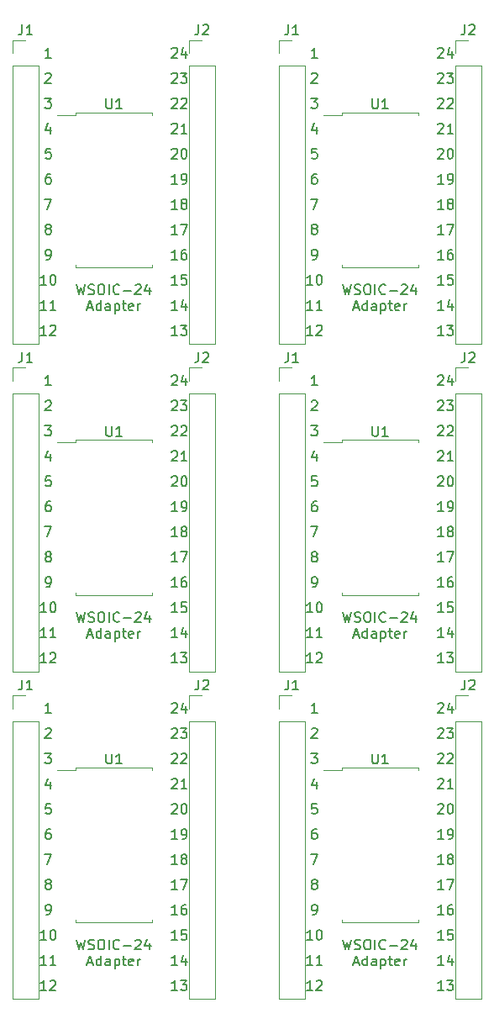
<source format=gbr>
%TF.GenerationSoftware,KiCad,Pcbnew,(6.0.0)*%
%TF.CreationDate,2022-01-18T21:24:02-05:00*%
%TF.ProjectId,WSOIC-24_7.5mm PANEL,57534f49-432d-4323-945f-372e356d6d20,rev?*%
%TF.SameCoordinates,Original*%
%TF.FileFunction,Legend,Top*%
%TF.FilePolarity,Positive*%
%FSLAX46Y46*%
G04 Gerber Fmt 4.6, Leading zero omitted, Abs format (unit mm)*
G04 Created by KiCad (PCBNEW (6.0.0)) date 2022-01-18 21:24:02*
%MOMM*%
%LPD*%
G01*
G04 APERTURE LIST*
%ADD10C,0.150000*%
%ADD11C,0.120000*%
G04 APERTURE END LIST*
D10*
X82670099Y-111713627D02*
X82717718Y-111666008D01*
X82812956Y-111618388D01*
X83051051Y-111618388D01*
X83146289Y-111666008D01*
X83193908Y-111713627D01*
X83241527Y-111808865D01*
X83241527Y-111904103D01*
X83193908Y-112046960D01*
X82622480Y-112618388D01*
X83241527Y-112618388D01*
X83860575Y-111618388D02*
X83955813Y-111618388D01*
X84051051Y-111666008D01*
X84098670Y-111713627D01*
X84146289Y-111808865D01*
X84193908Y-111999341D01*
X84193908Y-112237436D01*
X84146289Y-112427912D01*
X84098670Y-112523150D01*
X84051051Y-112570769D01*
X83955813Y-112618388D01*
X83860575Y-112618388D01*
X83765337Y-112570769D01*
X83717718Y-112523150D01*
X83670099Y-112427912D01*
X83622480Y-112237436D01*
X83622480Y-111999341D01*
X83670099Y-111808865D01*
X83717718Y-111713627D01*
X83765337Y-111666008D01*
X83860575Y-111618388D01*
X55842092Y-111713627D02*
X55889711Y-111666008D01*
X55984949Y-111618388D01*
X56223044Y-111618388D01*
X56318282Y-111666008D01*
X56365901Y-111713627D01*
X56413520Y-111808865D01*
X56413520Y-111904103D01*
X56365901Y-112046960D01*
X55794473Y-112618388D01*
X56413520Y-112618388D01*
X57032568Y-111618388D02*
X57127806Y-111618388D01*
X57223044Y-111666008D01*
X57270663Y-111713627D01*
X57318282Y-111808865D01*
X57365901Y-111999341D01*
X57365901Y-112237436D01*
X57318282Y-112427912D01*
X57270663Y-112523150D01*
X57223044Y-112570769D01*
X57127806Y-112618388D01*
X57032568Y-112618388D01*
X56937330Y-112570769D01*
X56889711Y-112523150D01*
X56842092Y-112427912D01*
X56794473Y-112237436D01*
X56794473Y-111999341D01*
X56842092Y-111808865D01*
X56889711Y-111713627D01*
X56937330Y-111666008D01*
X57032568Y-111618388D01*
X82670099Y-78725622D02*
X82717718Y-78678003D01*
X82812956Y-78630383D01*
X83051051Y-78630383D01*
X83146289Y-78678003D01*
X83193908Y-78725622D01*
X83241527Y-78820860D01*
X83241527Y-78916098D01*
X83193908Y-79058955D01*
X82622480Y-79630383D01*
X83241527Y-79630383D01*
X83860575Y-78630383D02*
X83955813Y-78630383D01*
X84051051Y-78678003D01*
X84098670Y-78725622D01*
X84146289Y-78820860D01*
X84193908Y-79011336D01*
X84193908Y-79249431D01*
X84146289Y-79439907D01*
X84098670Y-79535145D01*
X84051051Y-79582764D01*
X83955813Y-79630383D01*
X83860575Y-79630383D01*
X83765337Y-79582764D01*
X83717718Y-79535145D01*
X83670099Y-79439907D01*
X83622480Y-79249431D01*
X83622480Y-79011336D01*
X83670099Y-78820860D01*
X83717718Y-78725622D01*
X83765337Y-78678003D01*
X83860575Y-78630383D01*
X55842092Y-45737617D02*
X55889711Y-45689998D01*
X55984949Y-45642378D01*
X56223044Y-45642378D01*
X56318282Y-45689998D01*
X56365901Y-45737617D01*
X56413520Y-45832855D01*
X56413520Y-45928093D01*
X56365901Y-46070950D01*
X55794473Y-46642378D01*
X56413520Y-46642378D01*
X57032568Y-45642378D02*
X57127806Y-45642378D01*
X57223044Y-45689998D01*
X57270663Y-45737617D01*
X57318282Y-45832855D01*
X57365901Y-46023331D01*
X57365901Y-46261426D01*
X57318282Y-46451902D01*
X57270663Y-46547140D01*
X57223044Y-46594759D01*
X57127806Y-46642378D01*
X57032568Y-46642378D01*
X56937330Y-46594759D01*
X56889711Y-46547140D01*
X56842092Y-46451902D01*
X56794473Y-46261426D01*
X56794473Y-46023331D01*
X56842092Y-45832855D01*
X56889711Y-45737617D01*
X56937330Y-45689998D01*
X57032568Y-45642378D01*
X82670099Y-45737617D02*
X82717718Y-45689998D01*
X82812956Y-45642378D01*
X83051051Y-45642378D01*
X83146289Y-45689998D01*
X83193908Y-45737617D01*
X83241527Y-45832855D01*
X83241527Y-45928093D01*
X83193908Y-46070950D01*
X82622480Y-46642378D01*
X83241527Y-46642378D01*
X83860575Y-45642378D02*
X83955813Y-45642378D01*
X84051051Y-45689998D01*
X84098670Y-45737617D01*
X84146289Y-45832855D01*
X84193908Y-46023331D01*
X84193908Y-46261426D01*
X84146289Y-46451902D01*
X84098670Y-46547140D01*
X84051051Y-46594759D01*
X83955813Y-46642378D01*
X83860575Y-46642378D01*
X83765337Y-46594759D01*
X83717718Y-46547140D01*
X83670099Y-46451902D01*
X83622480Y-46261426D01*
X83622480Y-46023331D01*
X83670099Y-45832855D01*
X83717718Y-45737617D01*
X83765337Y-45689998D01*
X83860575Y-45642378D01*
X55842092Y-78725622D02*
X55889711Y-78678003D01*
X55984949Y-78630383D01*
X56223044Y-78630383D01*
X56318282Y-78678003D01*
X56365901Y-78725622D01*
X56413520Y-78820860D01*
X56413520Y-78916098D01*
X56365901Y-79058955D01*
X55794473Y-79630383D01*
X56413520Y-79630383D01*
X57032568Y-78630383D02*
X57127806Y-78630383D01*
X57223044Y-78678003D01*
X57270663Y-78725622D01*
X57318282Y-78820860D01*
X57365901Y-79011336D01*
X57365901Y-79249431D01*
X57318282Y-79439907D01*
X57270663Y-79535145D01*
X57223044Y-79582764D01*
X57127806Y-79630383D01*
X57032568Y-79630383D01*
X56937330Y-79582764D01*
X56889711Y-79535145D01*
X56842092Y-79439907D01*
X56794473Y-79249431D01*
X56794473Y-79011336D01*
X56842092Y-78820860D01*
X56889711Y-78725622D01*
X56937330Y-78678003D01*
X57032568Y-78630383D01*
X56413520Y-120238388D02*
X55842092Y-120238388D01*
X56127806Y-120238388D02*
X56127806Y-119238388D01*
X56032568Y-119381246D01*
X55937330Y-119476484D01*
X55842092Y-119524103D01*
X56746854Y-119238388D02*
X57413520Y-119238388D01*
X56984949Y-120238388D01*
X83241527Y-120238388D02*
X82670099Y-120238388D01*
X82955813Y-120238388D02*
X82955813Y-119238388D01*
X82860575Y-119381246D01*
X82765337Y-119476484D01*
X82670099Y-119524103D01*
X83574861Y-119238388D02*
X84241527Y-119238388D01*
X83812956Y-120238388D01*
X83241527Y-87250383D02*
X82670099Y-87250383D01*
X82955813Y-87250383D02*
X82955813Y-86250383D01*
X82860575Y-86393241D01*
X82765337Y-86488479D01*
X82670099Y-86536098D01*
X83574861Y-86250383D02*
X84241527Y-86250383D01*
X83812956Y-87250383D01*
X56413520Y-54262378D02*
X55842092Y-54262378D01*
X56127806Y-54262378D02*
X56127806Y-53262378D01*
X56032568Y-53405236D01*
X55937330Y-53500474D01*
X55842092Y-53548093D01*
X56746854Y-53262378D02*
X57413520Y-53262378D01*
X56984949Y-54262378D01*
X83241527Y-54262378D02*
X82670099Y-54262378D01*
X82955813Y-54262378D02*
X82955813Y-53262378D01*
X82860575Y-53405236D01*
X82765337Y-53500474D01*
X82670099Y-53548093D01*
X83574861Y-53262378D02*
X84241527Y-53262378D01*
X83812956Y-54262378D01*
X56413520Y-87250383D02*
X55842092Y-87250383D01*
X56127806Y-87250383D02*
X56127806Y-86250383D01*
X56032568Y-86393241D01*
X55937330Y-86488479D01*
X55842092Y-86536098D01*
X56746854Y-86250383D02*
X57413520Y-86250383D01*
X56984949Y-87250383D01*
X56413520Y-127858388D02*
X55842092Y-127858388D01*
X56127806Y-127858388D02*
X56127806Y-126858388D01*
X56032568Y-127001246D01*
X55937330Y-127096484D01*
X55842092Y-127144103D01*
X57270663Y-127191722D02*
X57270663Y-127858388D01*
X57032568Y-126810769D02*
X56794473Y-127525055D01*
X57413520Y-127525055D01*
X83241527Y-127858388D02*
X82670099Y-127858388D01*
X82955813Y-127858388D02*
X82955813Y-126858388D01*
X82860575Y-127001246D01*
X82765337Y-127096484D01*
X82670099Y-127144103D01*
X84098670Y-127191722D02*
X84098670Y-127858388D01*
X83860575Y-126810769D02*
X83622480Y-127525055D01*
X84241527Y-127525055D01*
X83241527Y-94870383D02*
X82670099Y-94870383D01*
X82955813Y-94870383D02*
X82955813Y-93870383D01*
X82860575Y-94013241D01*
X82765337Y-94108479D01*
X82670099Y-94156098D01*
X84098670Y-94203717D02*
X84098670Y-94870383D01*
X83860575Y-93822764D02*
X83622480Y-94537050D01*
X84241527Y-94537050D01*
X56413520Y-61882378D02*
X55842092Y-61882378D01*
X56127806Y-61882378D02*
X56127806Y-60882378D01*
X56032568Y-61025236D01*
X55937330Y-61120474D01*
X55842092Y-61168093D01*
X57270663Y-61215712D02*
X57270663Y-61882378D01*
X57032568Y-60834759D02*
X56794473Y-61549045D01*
X57413520Y-61549045D01*
X83241527Y-61882378D02*
X82670099Y-61882378D01*
X82955813Y-61882378D02*
X82955813Y-60882378D01*
X82860575Y-61025236D01*
X82765337Y-61120474D01*
X82670099Y-61168093D01*
X84098670Y-61215712D02*
X84098670Y-61882378D01*
X83860575Y-60834759D02*
X83622480Y-61549045D01*
X84241527Y-61549045D01*
X56413520Y-94870383D02*
X55842092Y-94870383D01*
X56127806Y-94870383D02*
X56127806Y-93870383D01*
X56032568Y-94013241D01*
X55937330Y-94108479D01*
X55842092Y-94156098D01*
X57270663Y-94203717D02*
X57270663Y-94870383D01*
X57032568Y-93822764D02*
X56794473Y-94537050D01*
X57413520Y-94537050D01*
X56413520Y-125318388D02*
X55842092Y-125318388D01*
X56127806Y-125318388D02*
X56127806Y-124318388D01*
X56032568Y-124461246D01*
X55937330Y-124556484D01*
X55842092Y-124604103D01*
X57318282Y-124318388D02*
X56842092Y-124318388D01*
X56794473Y-124794579D01*
X56842092Y-124746960D01*
X56937330Y-124699341D01*
X57175425Y-124699341D01*
X57270663Y-124746960D01*
X57318282Y-124794579D01*
X57365901Y-124889817D01*
X57365901Y-125127912D01*
X57318282Y-125223150D01*
X57270663Y-125270769D01*
X57175425Y-125318388D01*
X56937330Y-125318388D01*
X56842092Y-125270769D01*
X56794473Y-125223150D01*
X83241527Y-125318388D02*
X82670099Y-125318388D01*
X82955813Y-125318388D02*
X82955813Y-124318388D01*
X82860575Y-124461246D01*
X82765337Y-124556484D01*
X82670099Y-124604103D01*
X84146289Y-124318388D02*
X83670099Y-124318388D01*
X83622480Y-124794579D01*
X83670099Y-124746960D01*
X83765337Y-124699341D01*
X84003432Y-124699341D01*
X84098670Y-124746960D01*
X84146289Y-124794579D01*
X84193908Y-124889817D01*
X84193908Y-125127912D01*
X84146289Y-125223150D01*
X84098670Y-125270769D01*
X84003432Y-125318388D01*
X83765337Y-125318388D01*
X83670099Y-125270769D01*
X83622480Y-125223150D01*
X83241527Y-92330383D02*
X82670099Y-92330383D01*
X82955813Y-92330383D02*
X82955813Y-91330383D01*
X82860575Y-91473241D01*
X82765337Y-91568479D01*
X82670099Y-91616098D01*
X84146289Y-91330383D02*
X83670099Y-91330383D01*
X83622480Y-91806574D01*
X83670099Y-91758955D01*
X83765337Y-91711336D01*
X84003432Y-91711336D01*
X84098670Y-91758955D01*
X84146289Y-91806574D01*
X84193908Y-91901812D01*
X84193908Y-92139907D01*
X84146289Y-92235145D01*
X84098670Y-92282764D01*
X84003432Y-92330383D01*
X83765337Y-92330383D01*
X83670099Y-92282764D01*
X83622480Y-92235145D01*
X56413520Y-59342378D02*
X55842092Y-59342378D01*
X56127806Y-59342378D02*
X56127806Y-58342378D01*
X56032568Y-58485236D01*
X55937330Y-58580474D01*
X55842092Y-58628093D01*
X57318282Y-58342378D02*
X56842092Y-58342378D01*
X56794473Y-58818569D01*
X56842092Y-58770950D01*
X56937330Y-58723331D01*
X57175425Y-58723331D01*
X57270663Y-58770950D01*
X57318282Y-58818569D01*
X57365901Y-58913807D01*
X57365901Y-59151902D01*
X57318282Y-59247140D01*
X57270663Y-59294759D01*
X57175425Y-59342378D01*
X56937330Y-59342378D01*
X56842092Y-59294759D01*
X56794473Y-59247140D01*
X83241527Y-59342378D02*
X82670099Y-59342378D01*
X82955813Y-59342378D02*
X82955813Y-58342378D01*
X82860575Y-58485236D01*
X82765337Y-58580474D01*
X82670099Y-58628093D01*
X84146289Y-58342378D02*
X83670099Y-58342378D01*
X83622480Y-58818569D01*
X83670099Y-58770950D01*
X83765337Y-58723331D01*
X84003432Y-58723331D01*
X84098670Y-58770950D01*
X84146289Y-58818569D01*
X84193908Y-58913807D01*
X84193908Y-59151902D01*
X84146289Y-59247140D01*
X84098670Y-59294759D01*
X84003432Y-59342378D01*
X83765337Y-59342378D01*
X83670099Y-59294759D01*
X83622480Y-59247140D01*
X56413520Y-92330383D02*
X55842092Y-92330383D01*
X56127806Y-92330383D02*
X56127806Y-91330383D01*
X56032568Y-91473241D01*
X55937330Y-91568479D01*
X55842092Y-91616098D01*
X57318282Y-91330383D02*
X56842092Y-91330383D01*
X56794473Y-91806574D01*
X56842092Y-91758955D01*
X56937330Y-91711336D01*
X57175425Y-91711336D01*
X57270663Y-91758955D01*
X57318282Y-91806574D01*
X57365901Y-91901812D01*
X57365901Y-92139907D01*
X57318282Y-92235145D01*
X57270663Y-92282764D01*
X57175425Y-92330383D01*
X56937330Y-92330383D01*
X56842092Y-92282764D01*
X56794473Y-92235145D01*
X70509718Y-102458388D02*
X69938289Y-102458388D01*
X70224004Y-102458388D02*
X70224004Y-101458388D01*
X70128765Y-101601246D01*
X70033527Y-101696484D01*
X69938289Y-101744103D01*
X43681711Y-102458388D02*
X43110282Y-102458388D01*
X43395997Y-102458388D02*
X43395997Y-101458388D01*
X43300758Y-101601246D01*
X43205520Y-101696484D01*
X43110282Y-101744103D01*
X70509718Y-69470383D02*
X69938289Y-69470383D01*
X70224004Y-69470383D02*
X70224004Y-68470383D01*
X70128765Y-68613241D01*
X70033527Y-68708479D01*
X69938289Y-68756098D01*
X43681711Y-36482378D02*
X43110282Y-36482378D01*
X43395997Y-36482378D02*
X43395997Y-35482378D01*
X43300758Y-35625236D01*
X43205520Y-35720474D01*
X43110282Y-35768093D01*
X70509718Y-36482378D02*
X69938289Y-36482378D01*
X70224004Y-36482378D02*
X70224004Y-35482378D01*
X70128765Y-35625236D01*
X70033527Y-35720474D01*
X69938289Y-35768093D01*
X43681711Y-69470383D02*
X43110282Y-69470383D01*
X43395997Y-69470383D02*
X43395997Y-68470383D01*
X43300758Y-68613241D01*
X43205520Y-68708479D01*
X43110282Y-68756098D01*
X43205520Y-122778388D02*
X43395997Y-122778388D01*
X43491235Y-122730769D01*
X43538854Y-122683150D01*
X43634092Y-122540293D01*
X43681711Y-122349817D01*
X43681711Y-121968865D01*
X43634092Y-121873627D01*
X43586473Y-121826008D01*
X43491235Y-121778388D01*
X43300758Y-121778388D01*
X43205520Y-121826008D01*
X43157901Y-121873627D01*
X43110282Y-121968865D01*
X43110282Y-122206960D01*
X43157901Y-122302198D01*
X43205520Y-122349817D01*
X43300758Y-122397436D01*
X43491235Y-122397436D01*
X43586473Y-122349817D01*
X43634092Y-122302198D01*
X43681711Y-122206960D01*
X70033527Y-122778388D02*
X70224004Y-122778388D01*
X70319242Y-122730769D01*
X70366861Y-122683150D01*
X70462099Y-122540293D01*
X70509718Y-122349817D01*
X70509718Y-121968865D01*
X70462099Y-121873627D01*
X70414480Y-121826008D01*
X70319242Y-121778388D01*
X70128765Y-121778388D01*
X70033527Y-121826008D01*
X69985908Y-121873627D01*
X69938289Y-121968865D01*
X69938289Y-122206960D01*
X69985908Y-122302198D01*
X70033527Y-122349817D01*
X70128765Y-122397436D01*
X70319242Y-122397436D01*
X70414480Y-122349817D01*
X70462099Y-122302198D01*
X70509718Y-122206960D01*
X70033527Y-89790383D02*
X70224004Y-89790383D01*
X70319242Y-89742764D01*
X70366861Y-89695145D01*
X70462099Y-89552288D01*
X70509718Y-89361812D01*
X70509718Y-88980860D01*
X70462099Y-88885622D01*
X70414480Y-88838003D01*
X70319242Y-88790383D01*
X70128765Y-88790383D01*
X70033527Y-88838003D01*
X69985908Y-88885622D01*
X69938289Y-88980860D01*
X69938289Y-89218955D01*
X69985908Y-89314193D01*
X70033527Y-89361812D01*
X70128765Y-89409431D01*
X70319242Y-89409431D01*
X70414480Y-89361812D01*
X70462099Y-89314193D01*
X70509718Y-89218955D01*
X43205520Y-56802378D02*
X43395997Y-56802378D01*
X43491235Y-56754759D01*
X43538854Y-56707140D01*
X43634092Y-56564283D01*
X43681711Y-56373807D01*
X43681711Y-55992855D01*
X43634092Y-55897617D01*
X43586473Y-55849998D01*
X43491235Y-55802378D01*
X43300758Y-55802378D01*
X43205520Y-55849998D01*
X43157901Y-55897617D01*
X43110282Y-55992855D01*
X43110282Y-56230950D01*
X43157901Y-56326188D01*
X43205520Y-56373807D01*
X43300758Y-56421426D01*
X43491235Y-56421426D01*
X43586473Y-56373807D01*
X43634092Y-56326188D01*
X43681711Y-56230950D01*
X70033527Y-56802378D02*
X70224004Y-56802378D01*
X70319242Y-56754759D01*
X70366861Y-56707140D01*
X70462099Y-56564283D01*
X70509718Y-56373807D01*
X70509718Y-55992855D01*
X70462099Y-55897617D01*
X70414480Y-55849998D01*
X70319242Y-55802378D01*
X70128765Y-55802378D01*
X70033527Y-55849998D01*
X69985908Y-55897617D01*
X69938289Y-55992855D01*
X69938289Y-56230950D01*
X69985908Y-56326188D01*
X70033527Y-56373807D01*
X70128765Y-56421426D01*
X70319242Y-56421426D01*
X70414480Y-56373807D01*
X70462099Y-56326188D01*
X70509718Y-56230950D01*
X43205520Y-89790383D02*
X43395997Y-89790383D01*
X43491235Y-89742764D01*
X43538854Y-89695145D01*
X43634092Y-89552288D01*
X43681711Y-89361812D01*
X43681711Y-88980860D01*
X43634092Y-88885622D01*
X43586473Y-88838003D01*
X43491235Y-88790383D01*
X43300758Y-88790383D01*
X43205520Y-88838003D01*
X43157901Y-88885622D01*
X43110282Y-88980860D01*
X43110282Y-89218955D01*
X43157901Y-89314193D01*
X43205520Y-89361812D01*
X43300758Y-89409431D01*
X43491235Y-89409431D01*
X43586473Y-89361812D01*
X43634092Y-89314193D01*
X43681711Y-89218955D01*
X43110282Y-104093627D02*
X43157901Y-104046008D01*
X43253139Y-103998388D01*
X43491235Y-103998388D01*
X43586473Y-104046008D01*
X43634092Y-104093627D01*
X43681711Y-104188865D01*
X43681711Y-104284103D01*
X43634092Y-104426960D01*
X43062663Y-104998388D01*
X43681711Y-104998388D01*
X69938289Y-104093627D02*
X69985908Y-104046008D01*
X70081146Y-103998388D01*
X70319242Y-103998388D01*
X70414480Y-104046008D01*
X70462099Y-104093627D01*
X70509718Y-104188865D01*
X70509718Y-104284103D01*
X70462099Y-104426960D01*
X69890670Y-104998388D01*
X70509718Y-104998388D01*
X69938289Y-71105622D02*
X69985908Y-71058003D01*
X70081146Y-71010383D01*
X70319242Y-71010383D01*
X70414480Y-71058003D01*
X70462099Y-71105622D01*
X70509718Y-71200860D01*
X70509718Y-71296098D01*
X70462099Y-71438955D01*
X69890670Y-72010383D01*
X70509718Y-72010383D01*
X43110282Y-38117617D02*
X43157901Y-38069998D01*
X43253139Y-38022378D01*
X43491235Y-38022378D01*
X43586473Y-38069998D01*
X43634092Y-38117617D01*
X43681711Y-38212855D01*
X43681711Y-38308093D01*
X43634092Y-38450950D01*
X43062663Y-39022378D01*
X43681711Y-39022378D01*
X69938289Y-38117617D02*
X69985908Y-38069998D01*
X70081146Y-38022378D01*
X70319242Y-38022378D01*
X70414480Y-38069998D01*
X70462099Y-38117617D01*
X70509718Y-38212855D01*
X70509718Y-38308093D01*
X70462099Y-38450950D01*
X69890670Y-39022378D01*
X70509718Y-39022378D01*
X43110282Y-71105622D02*
X43157901Y-71058003D01*
X43253139Y-71010383D01*
X43491235Y-71010383D01*
X43586473Y-71058003D01*
X43634092Y-71105622D01*
X43681711Y-71200860D01*
X43681711Y-71296098D01*
X43634092Y-71438955D01*
X43062663Y-72010383D01*
X43681711Y-72010383D01*
X43062663Y-116698388D02*
X43729330Y-116698388D01*
X43300758Y-117698388D01*
X69890670Y-116698388D02*
X70557337Y-116698388D01*
X70128765Y-117698388D01*
X69890670Y-83710383D02*
X70557337Y-83710383D01*
X70128765Y-84710383D01*
X43062663Y-50722378D02*
X43729330Y-50722378D01*
X43300758Y-51722378D01*
X69890670Y-50722378D02*
X70557337Y-50722378D01*
X70128765Y-51722378D01*
X43062663Y-83710383D02*
X43729330Y-83710383D01*
X43300758Y-84710383D01*
X83241527Y-122778388D02*
X82670099Y-122778388D01*
X82955813Y-122778388D02*
X82955813Y-121778388D01*
X82860575Y-121921246D01*
X82765337Y-122016484D01*
X82670099Y-122064103D01*
X84098670Y-121778388D02*
X83908194Y-121778388D01*
X83812956Y-121826008D01*
X83765337Y-121873627D01*
X83670099Y-122016484D01*
X83622480Y-122206960D01*
X83622480Y-122587912D01*
X83670099Y-122683150D01*
X83717718Y-122730769D01*
X83812956Y-122778388D01*
X84003432Y-122778388D01*
X84098670Y-122730769D01*
X84146289Y-122683150D01*
X84193908Y-122587912D01*
X84193908Y-122349817D01*
X84146289Y-122254579D01*
X84098670Y-122206960D01*
X84003432Y-122159341D01*
X83812956Y-122159341D01*
X83717718Y-122206960D01*
X83670099Y-122254579D01*
X83622480Y-122349817D01*
X56413520Y-122778388D02*
X55842092Y-122778388D01*
X56127806Y-122778388D02*
X56127806Y-121778388D01*
X56032568Y-121921246D01*
X55937330Y-122016484D01*
X55842092Y-122064103D01*
X57270663Y-121778388D02*
X57080187Y-121778388D01*
X56984949Y-121826008D01*
X56937330Y-121873627D01*
X56842092Y-122016484D01*
X56794473Y-122206960D01*
X56794473Y-122587912D01*
X56842092Y-122683150D01*
X56889711Y-122730769D01*
X56984949Y-122778388D01*
X57175425Y-122778388D01*
X57270663Y-122730769D01*
X57318282Y-122683150D01*
X57365901Y-122587912D01*
X57365901Y-122349817D01*
X57318282Y-122254579D01*
X57270663Y-122206960D01*
X57175425Y-122159341D01*
X56984949Y-122159341D01*
X56889711Y-122206960D01*
X56842092Y-122254579D01*
X56794473Y-122349817D01*
X83241527Y-89790383D02*
X82670099Y-89790383D01*
X82955813Y-89790383D02*
X82955813Y-88790383D01*
X82860575Y-88933241D01*
X82765337Y-89028479D01*
X82670099Y-89076098D01*
X84098670Y-88790383D02*
X83908194Y-88790383D01*
X83812956Y-88838003D01*
X83765337Y-88885622D01*
X83670099Y-89028479D01*
X83622480Y-89218955D01*
X83622480Y-89599907D01*
X83670099Y-89695145D01*
X83717718Y-89742764D01*
X83812956Y-89790383D01*
X84003432Y-89790383D01*
X84098670Y-89742764D01*
X84146289Y-89695145D01*
X84193908Y-89599907D01*
X84193908Y-89361812D01*
X84146289Y-89266574D01*
X84098670Y-89218955D01*
X84003432Y-89171336D01*
X83812956Y-89171336D01*
X83717718Y-89218955D01*
X83670099Y-89266574D01*
X83622480Y-89361812D01*
X56413520Y-56802378D02*
X55842092Y-56802378D01*
X56127806Y-56802378D02*
X56127806Y-55802378D01*
X56032568Y-55945236D01*
X55937330Y-56040474D01*
X55842092Y-56088093D01*
X57270663Y-55802378D02*
X57080187Y-55802378D01*
X56984949Y-55849998D01*
X56937330Y-55897617D01*
X56842092Y-56040474D01*
X56794473Y-56230950D01*
X56794473Y-56611902D01*
X56842092Y-56707140D01*
X56889711Y-56754759D01*
X56984949Y-56802378D01*
X57175425Y-56802378D01*
X57270663Y-56754759D01*
X57318282Y-56707140D01*
X57365901Y-56611902D01*
X57365901Y-56373807D01*
X57318282Y-56278569D01*
X57270663Y-56230950D01*
X57175425Y-56183331D01*
X56984949Y-56183331D01*
X56889711Y-56230950D01*
X56842092Y-56278569D01*
X56794473Y-56373807D01*
X83241527Y-56802378D02*
X82670099Y-56802378D01*
X82955813Y-56802378D02*
X82955813Y-55802378D01*
X82860575Y-55945236D01*
X82765337Y-56040474D01*
X82670099Y-56088093D01*
X84098670Y-55802378D02*
X83908194Y-55802378D01*
X83812956Y-55849998D01*
X83765337Y-55897617D01*
X83670099Y-56040474D01*
X83622480Y-56230950D01*
X83622480Y-56611902D01*
X83670099Y-56707140D01*
X83717718Y-56754759D01*
X83812956Y-56802378D01*
X84003432Y-56802378D01*
X84098670Y-56754759D01*
X84146289Y-56707140D01*
X84193908Y-56611902D01*
X84193908Y-56373807D01*
X84146289Y-56278569D01*
X84098670Y-56230950D01*
X84003432Y-56183331D01*
X83812956Y-56183331D01*
X83717718Y-56230950D01*
X83670099Y-56278569D01*
X83622480Y-56373807D01*
X56413520Y-89790383D02*
X55842092Y-89790383D01*
X56127806Y-89790383D02*
X56127806Y-88790383D01*
X56032568Y-88933241D01*
X55937330Y-89028479D01*
X55842092Y-89076098D01*
X57270663Y-88790383D02*
X57080187Y-88790383D01*
X56984949Y-88838003D01*
X56937330Y-88885622D01*
X56842092Y-89028479D01*
X56794473Y-89218955D01*
X56794473Y-89599907D01*
X56842092Y-89695145D01*
X56889711Y-89742764D01*
X56984949Y-89790383D01*
X57175425Y-89790383D01*
X57270663Y-89742764D01*
X57318282Y-89695145D01*
X57365901Y-89599907D01*
X57365901Y-89361812D01*
X57318282Y-89266574D01*
X57270663Y-89218955D01*
X57175425Y-89171336D01*
X56984949Y-89171336D01*
X56889711Y-89218955D01*
X56842092Y-89266574D01*
X56794473Y-89361812D01*
X82670099Y-109173627D02*
X82717718Y-109126008D01*
X82812956Y-109078388D01*
X83051051Y-109078388D01*
X83146289Y-109126008D01*
X83193908Y-109173627D01*
X83241527Y-109268865D01*
X83241527Y-109364103D01*
X83193908Y-109506960D01*
X82622480Y-110078388D01*
X83241527Y-110078388D01*
X84193908Y-110078388D02*
X83622480Y-110078388D01*
X83908194Y-110078388D02*
X83908194Y-109078388D01*
X83812956Y-109221246D01*
X83717718Y-109316484D01*
X83622480Y-109364103D01*
X55842092Y-109173627D02*
X55889711Y-109126008D01*
X55984949Y-109078388D01*
X56223044Y-109078388D01*
X56318282Y-109126008D01*
X56365901Y-109173627D01*
X56413520Y-109268865D01*
X56413520Y-109364103D01*
X56365901Y-109506960D01*
X55794473Y-110078388D01*
X56413520Y-110078388D01*
X57365901Y-110078388D02*
X56794473Y-110078388D01*
X57080187Y-110078388D02*
X57080187Y-109078388D01*
X56984949Y-109221246D01*
X56889711Y-109316484D01*
X56794473Y-109364103D01*
X82670099Y-76185622D02*
X82717718Y-76138003D01*
X82812956Y-76090383D01*
X83051051Y-76090383D01*
X83146289Y-76138003D01*
X83193908Y-76185622D01*
X83241527Y-76280860D01*
X83241527Y-76376098D01*
X83193908Y-76518955D01*
X82622480Y-77090383D01*
X83241527Y-77090383D01*
X84193908Y-77090383D02*
X83622480Y-77090383D01*
X83908194Y-77090383D02*
X83908194Y-76090383D01*
X83812956Y-76233241D01*
X83717718Y-76328479D01*
X83622480Y-76376098D01*
X55842092Y-43197617D02*
X55889711Y-43149998D01*
X55984949Y-43102378D01*
X56223044Y-43102378D01*
X56318282Y-43149998D01*
X56365901Y-43197617D01*
X56413520Y-43292855D01*
X56413520Y-43388093D01*
X56365901Y-43530950D01*
X55794473Y-44102378D01*
X56413520Y-44102378D01*
X57365901Y-44102378D02*
X56794473Y-44102378D01*
X57080187Y-44102378D02*
X57080187Y-43102378D01*
X56984949Y-43245236D01*
X56889711Y-43340474D01*
X56794473Y-43388093D01*
X82670099Y-43197617D02*
X82717718Y-43149998D01*
X82812956Y-43102378D01*
X83051051Y-43102378D01*
X83146289Y-43149998D01*
X83193908Y-43197617D01*
X83241527Y-43292855D01*
X83241527Y-43388093D01*
X83193908Y-43530950D01*
X82622480Y-44102378D01*
X83241527Y-44102378D01*
X84193908Y-44102378D02*
X83622480Y-44102378D01*
X83908194Y-44102378D02*
X83908194Y-43102378D01*
X83812956Y-43245236D01*
X83717718Y-43340474D01*
X83622480Y-43388093D01*
X55842092Y-76185622D02*
X55889711Y-76138003D01*
X55984949Y-76090383D01*
X56223044Y-76090383D01*
X56318282Y-76138003D01*
X56365901Y-76185622D01*
X56413520Y-76280860D01*
X56413520Y-76376098D01*
X56365901Y-76518955D01*
X55794473Y-77090383D01*
X56413520Y-77090383D01*
X57365901Y-77090383D02*
X56794473Y-77090383D01*
X57080187Y-77090383D02*
X57080187Y-76090383D01*
X56984949Y-76233241D01*
X56889711Y-76328479D01*
X56794473Y-76376098D01*
X43586473Y-114158388D02*
X43395997Y-114158388D01*
X43300758Y-114206008D01*
X43253139Y-114253627D01*
X43157901Y-114396484D01*
X43110282Y-114586960D01*
X43110282Y-114967912D01*
X43157901Y-115063150D01*
X43205520Y-115110769D01*
X43300758Y-115158388D01*
X43491235Y-115158388D01*
X43586473Y-115110769D01*
X43634092Y-115063150D01*
X43681711Y-114967912D01*
X43681711Y-114729817D01*
X43634092Y-114634579D01*
X43586473Y-114586960D01*
X43491235Y-114539341D01*
X43300758Y-114539341D01*
X43205520Y-114586960D01*
X43157901Y-114634579D01*
X43110282Y-114729817D01*
X70414480Y-114158388D02*
X70224004Y-114158388D01*
X70128765Y-114206008D01*
X70081146Y-114253627D01*
X69985908Y-114396484D01*
X69938289Y-114586960D01*
X69938289Y-114967912D01*
X69985908Y-115063150D01*
X70033527Y-115110769D01*
X70128765Y-115158388D01*
X70319242Y-115158388D01*
X70414480Y-115110769D01*
X70462099Y-115063150D01*
X70509718Y-114967912D01*
X70509718Y-114729817D01*
X70462099Y-114634579D01*
X70414480Y-114586960D01*
X70319242Y-114539341D01*
X70128765Y-114539341D01*
X70033527Y-114586960D01*
X69985908Y-114634579D01*
X69938289Y-114729817D01*
X70414480Y-81170383D02*
X70224004Y-81170383D01*
X70128765Y-81218003D01*
X70081146Y-81265622D01*
X69985908Y-81408479D01*
X69938289Y-81598955D01*
X69938289Y-81979907D01*
X69985908Y-82075145D01*
X70033527Y-82122764D01*
X70128765Y-82170383D01*
X70319242Y-82170383D01*
X70414480Y-82122764D01*
X70462099Y-82075145D01*
X70509718Y-81979907D01*
X70509718Y-81741812D01*
X70462099Y-81646574D01*
X70414480Y-81598955D01*
X70319242Y-81551336D01*
X70128765Y-81551336D01*
X70033527Y-81598955D01*
X69985908Y-81646574D01*
X69938289Y-81741812D01*
X43586473Y-48182378D02*
X43395997Y-48182378D01*
X43300758Y-48229998D01*
X43253139Y-48277617D01*
X43157901Y-48420474D01*
X43110282Y-48610950D01*
X43110282Y-48991902D01*
X43157901Y-49087140D01*
X43205520Y-49134759D01*
X43300758Y-49182378D01*
X43491235Y-49182378D01*
X43586473Y-49134759D01*
X43634092Y-49087140D01*
X43681711Y-48991902D01*
X43681711Y-48753807D01*
X43634092Y-48658569D01*
X43586473Y-48610950D01*
X43491235Y-48563331D01*
X43300758Y-48563331D01*
X43205520Y-48610950D01*
X43157901Y-48658569D01*
X43110282Y-48753807D01*
X70414480Y-48182378D02*
X70224004Y-48182378D01*
X70128765Y-48229998D01*
X70081146Y-48277617D01*
X69985908Y-48420474D01*
X69938289Y-48610950D01*
X69938289Y-48991902D01*
X69985908Y-49087140D01*
X70033527Y-49134759D01*
X70128765Y-49182378D01*
X70319242Y-49182378D01*
X70414480Y-49134759D01*
X70462099Y-49087140D01*
X70509718Y-48991902D01*
X70509718Y-48753807D01*
X70462099Y-48658569D01*
X70414480Y-48610950D01*
X70319242Y-48563331D01*
X70128765Y-48563331D01*
X70033527Y-48610950D01*
X69985908Y-48658569D01*
X69938289Y-48753807D01*
X43586473Y-81170383D02*
X43395997Y-81170383D01*
X43300758Y-81218003D01*
X43253139Y-81265622D01*
X43157901Y-81408479D01*
X43110282Y-81598955D01*
X43110282Y-81979907D01*
X43157901Y-82075145D01*
X43205520Y-82122764D01*
X43300758Y-82170383D01*
X43491235Y-82170383D01*
X43586473Y-82122764D01*
X43634092Y-82075145D01*
X43681711Y-81979907D01*
X43681711Y-81741812D01*
X43634092Y-81646574D01*
X43586473Y-81598955D01*
X43491235Y-81551336D01*
X43300758Y-81551336D01*
X43205520Y-81598955D01*
X43157901Y-81646574D01*
X43110282Y-81741812D01*
X56413520Y-117698388D02*
X55842092Y-117698388D01*
X56127806Y-117698388D02*
X56127806Y-116698388D01*
X56032568Y-116841246D01*
X55937330Y-116936484D01*
X55842092Y-116984103D01*
X56984949Y-117126960D02*
X56889711Y-117079341D01*
X56842092Y-117031722D01*
X56794473Y-116936484D01*
X56794473Y-116888865D01*
X56842092Y-116793627D01*
X56889711Y-116746008D01*
X56984949Y-116698388D01*
X57175425Y-116698388D01*
X57270663Y-116746008D01*
X57318282Y-116793627D01*
X57365901Y-116888865D01*
X57365901Y-116936484D01*
X57318282Y-117031722D01*
X57270663Y-117079341D01*
X57175425Y-117126960D01*
X56984949Y-117126960D01*
X56889711Y-117174579D01*
X56842092Y-117222198D01*
X56794473Y-117317436D01*
X56794473Y-117507912D01*
X56842092Y-117603150D01*
X56889711Y-117650769D01*
X56984949Y-117698388D01*
X57175425Y-117698388D01*
X57270663Y-117650769D01*
X57318282Y-117603150D01*
X57365901Y-117507912D01*
X57365901Y-117317436D01*
X57318282Y-117222198D01*
X57270663Y-117174579D01*
X57175425Y-117126960D01*
X83241527Y-117698388D02*
X82670099Y-117698388D01*
X82955813Y-117698388D02*
X82955813Y-116698388D01*
X82860575Y-116841246D01*
X82765337Y-116936484D01*
X82670099Y-116984103D01*
X83812956Y-117126960D02*
X83717718Y-117079341D01*
X83670099Y-117031722D01*
X83622480Y-116936484D01*
X83622480Y-116888865D01*
X83670099Y-116793627D01*
X83717718Y-116746008D01*
X83812956Y-116698388D01*
X84003432Y-116698388D01*
X84098670Y-116746008D01*
X84146289Y-116793627D01*
X84193908Y-116888865D01*
X84193908Y-116936484D01*
X84146289Y-117031722D01*
X84098670Y-117079341D01*
X84003432Y-117126960D01*
X83812956Y-117126960D01*
X83717718Y-117174579D01*
X83670099Y-117222198D01*
X83622480Y-117317436D01*
X83622480Y-117507912D01*
X83670099Y-117603150D01*
X83717718Y-117650769D01*
X83812956Y-117698388D01*
X84003432Y-117698388D01*
X84098670Y-117650769D01*
X84146289Y-117603150D01*
X84193908Y-117507912D01*
X84193908Y-117317436D01*
X84146289Y-117222198D01*
X84098670Y-117174579D01*
X84003432Y-117126960D01*
X83241527Y-84710383D02*
X82670099Y-84710383D01*
X82955813Y-84710383D02*
X82955813Y-83710383D01*
X82860575Y-83853241D01*
X82765337Y-83948479D01*
X82670099Y-83996098D01*
X83812956Y-84138955D02*
X83717718Y-84091336D01*
X83670099Y-84043717D01*
X83622480Y-83948479D01*
X83622480Y-83900860D01*
X83670099Y-83805622D01*
X83717718Y-83758003D01*
X83812956Y-83710383D01*
X84003432Y-83710383D01*
X84098670Y-83758003D01*
X84146289Y-83805622D01*
X84193908Y-83900860D01*
X84193908Y-83948479D01*
X84146289Y-84043717D01*
X84098670Y-84091336D01*
X84003432Y-84138955D01*
X83812956Y-84138955D01*
X83717718Y-84186574D01*
X83670099Y-84234193D01*
X83622480Y-84329431D01*
X83622480Y-84519907D01*
X83670099Y-84615145D01*
X83717718Y-84662764D01*
X83812956Y-84710383D01*
X84003432Y-84710383D01*
X84098670Y-84662764D01*
X84146289Y-84615145D01*
X84193908Y-84519907D01*
X84193908Y-84329431D01*
X84146289Y-84234193D01*
X84098670Y-84186574D01*
X84003432Y-84138955D01*
X56413520Y-84710383D02*
X55842092Y-84710383D01*
X56127806Y-84710383D02*
X56127806Y-83710383D01*
X56032568Y-83853241D01*
X55937330Y-83948479D01*
X55842092Y-83996098D01*
X56984949Y-84138955D02*
X56889711Y-84091336D01*
X56842092Y-84043717D01*
X56794473Y-83948479D01*
X56794473Y-83900860D01*
X56842092Y-83805622D01*
X56889711Y-83758003D01*
X56984949Y-83710383D01*
X57175425Y-83710383D01*
X57270663Y-83758003D01*
X57318282Y-83805622D01*
X57365901Y-83900860D01*
X57365901Y-83948479D01*
X57318282Y-84043717D01*
X57270663Y-84091336D01*
X57175425Y-84138955D01*
X56984949Y-84138955D01*
X56889711Y-84186574D01*
X56842092Y-84234193D01*
X56794473Y-84329431D01*
X56794473Y-84519907D01*
X56842092Y-84615145D01*
X56889711Y-84662764D01*
X56984949Y-84710383D01*
X57175425Y-84710383D01*
X57270663Y-84662764D01*
X57318282Y-84615145D01*
X57365901Y-84519907D01*
X57365901Y-84329431D01*
X57318282Y-84234193D01*
X57270663Y-84186574D01*
X57175425Y-84138955D01*
X56413520Y-51722378D02*
X55842092Y-51722378D01*
X56127806Y-51722378D02*
X56127806Y-50722378D01*
X56032568Y-50865236D01*
X55937330Y-50960474D01*
X55842092Y-51008093D01*
X56984949Y-51150950D02*
X56889711Y-51103331D01*
X56842092Y-51055712D01*
X56794473Y-50960474D01*
X56794473Y-50912855D01*
X56842092Y-50817617D01*
X56889711Y-50769998D01*
X56984949Y-50722378D01*
X57175425Y-50722378D01*
X57270663Y-50769998D01*
X57318282Y-50817617D01*
X57365901Y-50912855D01*
X57365901Y-50960474D01*
X57318282Y-51055712D01*
X57270663Y-51103331D01*
X57175425Y-51150950D01*
X56984949Y-51150950D01*
X56889711Y-51198569D01*
X56842092Y-51246188D01*
X56794473Y-51341426D01*
X56794473Y-51531902D01*
X56842092Y-51627140D01*
X56889711Y-51674759D01*
X56984949Y-51722378D01*
X57175425Y-51722378D01*
X57270663Y-51674759D01*
X57318282Y-51627140D01*
X57365901Y-51531902D01*
X57365901Y-51341426D01*
X57318282Y-51246188D01*
X57270663Y-51198569D01*
X57175425Y-51150950D01*
X83241527Y-51722378D02*
X82670099Y-51722378D01*
X82955813Y-51722378D02*
X82955813Y-50722378D01*
X82860575Y-50865236D01*
X82765337Y-50960474D01*
X82670099Y-51008093D01*
X83812956Y-51150950D02*
X83717718Y-51103331D01*
X83670099Y-51055712D01*
X83622480Y-50960474D01*
X83622480Y-50912855D01*
X83670099Y-50817617D01*
X83717718Y-50769998D01*
X83812956Y-50722378D01*
X84003432Y-50722378D01*
X84098670Y-50769998D01*
X84146289Y-50817617D01*
X84193908Y-50912855D01*
X84193908Y-50960474D01*
X84146289Y-51055712D01*
X84098670Y-51103331D01*
X84003432Y-51150950D01*
X83812956Y-51150950D01*
X83717718Y-51198569D01*
X83670099Y-51246188D01*
X83622480Y-51341426D01*
X83622480Y-51531902D01*
X83670099Y-51627140D01*
X83717718Y-51674759D01*
X83812956Y-51722378D01*
X84003432Y-51722378D01*
X84098670Y-51674759D01*
X84146289Y-51627140D01*
X84193908Y-51531902D01*
X84193908Y-51341426D01*
X84146289Y-51246188D01*
X84098670Y-51198569D01*
X84003432Y-51150950D01*
X43634092Y-111618388D02*
X43157901Y-111618388D01*
X43110282Y-112094579D01*
X43157901Y-112046960D01*
X43253139Y-111999341D01*
X43491235Y-111999341D01*
X43586473Y-112046960D01*
X43634092Y-112094579D01*
X43681711Y-112189817D01*
X43681711Y-112427912D01*
X43634092Y-112523150D01*
X43586473Y-112570769D01*
X43491235Y-112618388D01*
X43253139Y-112618388D01*
X43157901Y-112570769D01*
X43110282Y-112523150D01*
X70462099Y-111618388D02*
X69985908Y-111618388D01*
X69938289Y-112094579D01*
X69985908Y-112046960D01*
X70081146Y-111999341D01*
X70319242Y-111999341D01*
X70414480Y-112046960D01*
X70462099Y-112094579D01*
X70509718Y-112189817D01*
X70509718Y-112427912D01*
X70462099Y-112523150D01*
X70414480Y-112570769D01*
X70319242Y-112618388D01*
X70081146Y-112618388D01*
X69985908Y-112570769D01*
X69938289Y-112523150D01*
X70462099Y-78630383D02*
X69985908Y-78630383D01*
X69938289Y-79106574D01*
X69985908Y-79058955D01*
X70081146Y-79011336D01*
X70319242Y-79011336D01*
X70414480Y-79058955D01*
X70462099Y-79106574D01*
X70509718Y-79201812D01*
X70509718Y-79439907D01*
X70462099Y-79535145D01*
X70414480Y-79582764D01*
X70319242Y-79630383D01*
X70081146Y-79630383D01*
X69985908Y-79582764D01*
X69938289Y-79535145D01*
X43634092Y-45642378D02*
X43157901Y-45642378D01*
X43110282Y-46118569D01*
X43157901Y-46070950D01*
X43253139Y-46023331D01*
X43491235Y-46023331D01*
X43586473Y-46070950D01*
X43634092Y-46118569D01*
X43681711Y-46213807D01*
X43681711Y-46451902D01*
X43634092Y-46547140D01*
X43586473Y-46594759D01*
X43491235Y-46642378D01*
X43253139Y-46642378D01*
X43157901Y-46594759D01*
X43110282Y-46547140D01*
X43634092Y-78630383D02*
X43157901Y-78630383D01*
X43110282Y-79106574D01*
X43157901Y-79058955D01*
X43253139Y-79011336D01*
X43491235Y-79011336D01*
X43586473Y-79058955D01*
X43634092Y-79106574D01*
X43681711Y-79201812D01*
X43681711Y-79439907D01*
X43634092Y-79535145D01*
X43586473Y-79582764D01*
X43491235Y-79630383D01*
X43253139Y-79630383D01*
X43157901Y-79582764D01*
X43110282Y-79535145D01*
X70462099Y-45642378D02*
X69985908Y-45642378D01*
X69938289Y-46118569D01*
X69985908Y-46070950D01*
X70081146Y-46023331D01*
X70319242Y-46023331D01*
X70414480Y-46070950D01*
X70462099Y-46118569D01*
X70509718Y-46213807D01*
X70509718Y-46451902D01*
X70462099Y-46547140D01*
X70414480Y-46594759D01*
X70319242Y-46642378D01*
X70081146Y-46642378D01*
X69985908Y-46594759D01*
X69938289Y-46547140D01*
X69890670Y-106538388D02*
X70509718Y-106538388D01*
X70176384Y-106919341D01*
X70319242Y-106919341D01*
X70414480Y-106966960D01*
X70462099Y-107014579D01*
X70509718Y-107109817D01*
X70509718Y-107347912D01*
X70462099Y-107443150D01*
X70414480Y-107490769D01*
X70319242Y-107538388D01*
X70033527Y-107538388D01*
X69938289Y-107490769D01*
X69890670Y-107443150D01*
X43062663Y-106538388D02*
X43681711Y-106538388D01*
X43348377Y-106919341D01*
X43491235Y-106919341D01*
X43586473Y-106966960D01*
X43634092Y-107014579D01*
X43681711Y-107109817D01*
X43681711Y-107347912D01*
X43634092Y-107443150D01*
X43586473Y-107490769D01*
X43491235Y-107538388D01*
X43205520Y-107538388D01*
X43110282Y-107490769D01*
X43062663Y-107443150D01*
X69890670Y-73550383D02*
X70509718Y-73550383D01*
X70176384Y-73931336D01*
X70319242Y-73931336D01*
X70414480Y-73978955D01*
X70462099Y-74026574D01*
X70509718Y-74121812D01*
X70509718Y-74359907D01*
X70462099Y-74455145D01*
X70414480Y-74502764D01*
X70319242Y-74550383D01*
X70033527Y-74550383D01*
X69938289Y-74502764D01*
X69890670Y-74455145D01*
X43062663Y-40562378D02*
X43681711Y-40562378D01*
X43348377Y-40943331D01*
X43491235Y-40943331D01*
X43586473Y-40990950D01*
X43634092Y-41038569D01*
X43681711Y-41133807D01*
X43681711Y-41371902D01*
X43634092Y-41467140D01*
X43586473Y-41514759D01*
X43491235Y-41562378D01*
X43205520Y-41562378D01*
X43110282Y-41514759D01*
X43062663Y-41467140D01*
X43062663Y-73550383D02*
X43681711Y-73550383D01*
X43348377Y-73931336D01*
X43491235Y-73931336D01*
X43586473Y-73978955D01*
X43634092Y-74026574D01*
X43681711Y-74121812D01*
X43681711Y-74359907D01*
X43634092Y-74455145D01*
X43586473Y-74502764D01*
X43491235Y-74550383D01*
X43205520Y-74550383D01*
X43110282Y-74502764D01*
X43062663Y-74455145D01*
X69890670Y-40562378D02*
X70509718Y-40562378D01*
X70176384Y-40943331D01*
X70319242Y-40943331D01*
X70414480Y-40990950D01*
X70462099Y-41038569D01*
X70509718Y-41133807D01*
X70509718Y-41371902D01*
X70462099Y-41467140D01*
X70414480Y-41514759D01*
X70319242Y-41562378D01*
X70033527Y-41562378D01*
X69938289Y-41514759D01*
X69890670Y-41467140D01*
X43586473Y-109411722D02*
X43586473Y-110078388D01*
X43348377Y-109030769D02*
X43110282Y-109745055D01*
X43729330Y-109745055D01*
X70414480Y-109411722D02*
X70414480Y-110078388D01*
X70176384Y-109030769D02*
X69938289Y-109745055D01*
X70557337Y-109745055D01*
X70414480Y-76423717D02*
X70414480Y-77090383D01*
X70176384Y-76042764D02*
X69938289Y-76757050D01*
X70557337Y-76757050D01*
X43586473Y-43435712D02*
X43586473Y-44102378D01*
X43348377Y-43054759D02*
X43110282Y-43769045D01*
X43729330Y-43769045D01*
X70414480Y-43435712D02*
X70414480Y-44102378D01*
X70176384Y-43054759D02*
X69938289Y-43769045D01*
X70557337Y-43769045D01*
X43586473Y-76423717D02*
X43586473Y-77090383D01*
X43348377Y-76042764D02*
X43110282Y-76757050D01*
X43729330Y-76757050D01*
X82670099Y-106633627D02*
X82717718Y-106586008D01*
X82812956Y-106538388D01*
X83051051Y-106538388D01*
X83146289Y-106586008D01*
X83193908Y-106633627D01*
X83241527Y-106728865D01*
X83241527Y-106824103D01*
X83193908Y-106966960D01*
X82622480Y-107538388D01*
X83241527Y-107538388D01*
X83622480Y-106633627D02*
X83670099Y-106586008D01*
X83765337Y-106538388D01*
X84003432Y-106538388D01*
X84098670Y-106586008D01*
X84146289Y-106633627D01*
X84193908Y-106728865D01*
X84193908Y-106824103D01*
X84146289Y-106966960D01*
X83574861Y-107538388D01*
X84193908Y-107538388D01*
X82670099Y-73645622D02*
X82717718Y-73598003D01*
X82812956Y-73550383D01*
X83051051Y-73550383D01*
X83146289Y-73598003D01*
X83193908Y-73645622D01*
X83241527Y-73740860D01*
X83241527Y-73836098D01*
X83193908Y-73978955D01*
X82622480Y-74550383D01*
X83241527Y-74550383D01*
X83622480Y-73645622D02*
X83670099Y-73598003D01*
X83765337Y-73550383D01*
X84003432Y-73550383D01*
X84098670Y-73598003D01*
X84146289Y-73645622D01*
X84193908Y-73740860D01*
X84193908Y-73836098D01*
X84146289Y-73978955D01*
X83574861Y-74550383D01*
X84193908Y-74550383D01*
X55842092Y-106633627D02*
X55889711Y-106586008D01*
X55984949Y-106538388D01*
X56223044Y-106538388D01*
X56318282Y-106586008D01*
X56365901Y-106633627D01*
X56413520Y-106728865D01*
X56413520Y-106824103D01*
X56365901Y-106966960D01*
X55794473Y-107538388D01*
X56413520Y-107538388D01*
X56794473Y-106633627D02*
X56842092Y-106586008D01*
X56937330Y-106538388D01*
X57175425Y-106538388D01*
X57270663Y-106586008D01*
X57318282Y-106633627D01*
X57365901Y-106728865D01*
X57365901Y-106824103D01*
X57318282Y-106966960D01*
X56746854Y-107538388D01*
X57365901Y-107538388D01*
X55842092Y-40657617D02*
X55889711Y-40609998D01*
X55984949Y-40562378D01*
X56223044Y-40562378D01*
X56318282Y-40609998D01*
X56365901Y-40657617D01*
X56413520Y-40752855D01*
X56413520Y-40848093D01*
X56365901Y-40990950D01*
X55794473Y-41562378D01*
X56413520Y-41562378D01*
X56794473Y-40657617D02*
X56842092Y-40609998D01*
X56937330Y-40562378D01*
X57175425Y-40562378D01*
X57270663Y-40609998D01*
X57318282Y-40657617D01*
X57365901Y-40752855D01*
X57365901Y-40848093D01*
X57318282Y-40990950D01*
X56746854Y-41562378D01*
X57365901Y-41562378D01*
X55842092Y-73645622D02*
X55889711Y-73598003D01*
X55984949Y-73550383D01*
X56223044Y-73550383D01*
X56318282Y-73598003D01*
X56365901Y-73645622D01*
X56413520Y-73740860D01*
X56413520Y-73836098D01*
X56365901Y-73978955D01*
X55794473Y-74550383D01*
X56413520Y-74550383D01*
X56794473Y-73645622D02*
X56842092Y-73598003D01*
X56937330Y-73550383D01*
X57175425Y-73550383D01*
X57270663Y-73598003D01*
X57318282Y-73645622D01*
X57365901Y-73740860D01*
X57365901Y-73836098D01*
X57318282Y-73978955D01*
X56746854Y-74550383D01*
X57365901Y-74550383D01*
X82670099Y-40657617D02*
X82717718Y-40609998D01*
X82812956Y-40562378D01*
X83051051Y-40562378D01*
X83146289Y-40609998D01*
X83193908Y-40657617D01*
X83241527Y-40752855D01*
X83241527Y-40848093D01*
X83193908Y-40990950D01*
X82622480Y-41562378D01*
X83241527Y-41562378D01*
X83622480Y-40657617D02*
X83670099Y-40609998D01*
X83765337Y-40562378D01*
X84003432Y-40562378D01*
X84098670Y-40609998D01*
X84146289Y-40657617D01*
X84193908Y-40752855D01*
X84193908Y-40848093D01*
X84146289Y-40990950D01*
X83574861Y-41562378D01*
X84193908Y-41562378D01*
X82670099Y-104093627D02*
X82717718Y-104046008D01*
X82812956Y-103998388D01*
X83051051Y-103998388D01*
X83146289Y-104046008D01*
X83193908Y-104093627D01*
X83241527Y-104188865D01*
X83241527Y-104284103D01*
X83193908Y-104426960D01*
X82622480Y-104998388D01*
X83241527Y-104998388D01*
X83574861Y-103998388D02*
X84193908Y-103998388D01*
X83860575Y-104379341D01*
X84003432Y-104379341D01*
X84098670Y-104426960D01*
X84146289Y-104474579D01*
X84193908Y-104569817D01*
X84193908Y-104807912D01*
X84146289Y-104903150D01*
X84098670Y-104950769D01*
X84003432Y-104998388D01*
X83717718Y-104998388D01*
X83622480Y-104950769D01*
X83574861Y-104903150D01*
X55842092Y-104093627D02*
X55889711Y-104046008D01*
X55984949Y-103998388D01*
X56223044Y-103998388D01*
X56318282Y-104046008D01*
X56365901Y-104093627D01*
X56413520Y-104188865D01*
X56413520Y-104284103D01*
X56365901Y-104426960D01*
X55794473Y-104998388D01*
X56413520Y-104998388D01*
X56746854Y-103998388D02*
X57365901Y-103998388D01*
X57032568Y-104379341D01*
X57175425Y-104379341D01*
X57270663Y-104426960D01*
X57318282Y-104474579D01*
X57365901Y-104569817D01*
X57365901Y-104807912D01*
X57318282Y-104903150D01*
X57270663Y-104950769D01*
X57175425Y-104998388D01*
X56889711Y-104998388D01*
X56794473Y-104950769D01*
X56746854Y-104903150D01*
X82670099Y-71105622D02*
X82717718Y-71058003D01*
X82812956Y-71010383D01*
X83051051Y-71010383D01*
X83146289Y-71058003D01*
X83193908Y-71105622D01*
X83241527Y-71200860D01*
X83241527Y-71296098D01*
X83193908Y-71438955D01*
X82622480Y-72010383D01*
X83241527Y-72010383D01*
X83574861Y-71010383D02*
X84193908Y-71010383D01*
X83860575Y-71391336D01*
X84003432Y-71391336D01*
X84098670Y-71438955D01*
X84146289Y-71486574D01*
X84193908Y-71581812D01*
X84193908Y-71819907D01*
X84146289Y-71915145D01*
X84098670Y-71962764D01*
X84003432Y-72010383D01*
X83717718Y-72010383D01*
X83622480Y-71962764D01*
X83574861Y-71915145D01*
X55842092Y-38117617D02*
X55889711Y-38069998D01*
X55984949Y-38022378D01*
X56223044Y-38022378D01*
X56318282Y-38069998D01*
X56365901Y-38117617D01*
X56413520Y-38212855D01*
X56413520Y-38308093D01*
X56365901Y-38450950D01*
X55794473Y-39022378D01*
X56413520Y-39022378D01*
X56746854Y-38022378D02*
X57365901Y-38022378D01*
X57032568Y-38403331D01*
X57175425Y-38403331D01*
X57270663Y-38450950D01*
X57318282Y-38498569D01*
X57365901Y-38593807D01*
X57365901Y-38831902D01*
X57318282Y-38927140D01*
X57270663Y-38974759D01*
X57175425Y-39022378D01*
X56889711Y-39022378D01*
X56794473Y-38974759D01*
X56746854Y-38927140D01*
X82670099Y-38117617D02*
X82717718Y-38069998D01*
X82812956Y-38022378D01*
X83051051Y-38022378D01*
X83146289Y-38069998D01*
X83193908Y-38117617D01*
X83241527Y-38212855D01*
X83241527Y-38308093D01*
X83193908Y-38450950D01*
X82622480Y-39022378D01*
X83241527Y-39022378D01*
X83574861Y-38022378D02*
X84193908Y-38022378D01*
X83860575Y-38403331D01*
X84003432Y-38403331D01*
X84098670Y-38450950D01*
X84146289Y-38498569D01*
X84193908Y-38593807D01*
X84193908Y-38831902D01*
X84146289Y-38927140D01*
X84098670Y-38974759D01*
X84003432Y-39022378D01*
X83717718Y-39022378D01*
X83622480Y-38974759D01*
X83574861Y-38927140D01*
X55842092Y-71105622D02*
X55889711Y-71058003D01*
X55984949Y-71010383D01*
X56223044Y-71010383D01*
X56318282Y-71058003D01*
X56365901Y-71105622D01*
X56413520Y-71200860D01*
X56413520Y-71296098D01*
X56365901Y-71438955D01*
X55794473Y-72010383D01*
X56413520Y-72010383D01*
X56746854Y-71010383D02*
X57365901Y-71010383D01*
X57032568Y-71391336D01*
X57175425Y-71391336D01*
X57270663Y-71438955D01*
X57318282Y-71486574D01*
X57365901Y-71581812D01*
X57365901Y-71819907D01*
X57318282Y-71915145D01*
X57270663Y-71962764D01*
X57175425Y-72010383D01*
X56889711Y-72010383D01*
X56794473Y-71962764D01*
X56746854Y-71915145D01*
X70033527Y-127858388D02*
X69462099Y-127858388D01*
X69747813Y-127858388D02*
X69747813Y-126858388D01*
X69652575Y-127001246D01*
X69557337Y-127096484D01*
X69462099Y-127144103D01*
X70985908Y-127858388D02*
X70414480Y-127858388D01*
X70700194Y-127858388D02*
X70700194Y-126858388D01*
X70604956Y-127001246D01*
X70509718Y-127096484D01*
X70414480Y-127144103D01*
X43205520Y-127858388D02*
X42634092Y-127858388D01*
X42919806Y-127858388D02*
X42919806Y-126858388D01*
X42824568Y-127001246D01*
X42729330Y-127096484D01*
X42634092Y-127144103D01*
X44157901Y-127858388D02*
X43586473Y-127858388D01*
X43872187Y-127858388D02*
X43872187Y-126858388D01*
X43776949Y-127001246D01*
X43681711Y-127096484D01*
X43586473Y-127144103D01*
X70033527Y-94870383D02*
X69462099Y-94870383D01*
X69747813Y-94870383D02*
X69747813Y-93870383D01*
X69652575Y-94013241D01*
X69557337Y-94108479D01*
X69462099Y-94156098D01*
X70985908Y-94870383D02*
X70414480Y-94870383D01*
X70700194Y-94870383D02*
X70700194Y-93870383D01*
X70604956Y-94013241D01*
X70509718Y-94108479D01*
X70414480Y-94156098D01*
X43205520Y-61882378D02*
X42634092Y-61882378D01*
X42919806Y-61882378D02*
X42919806Y-60882378D01*
X42824568Y-61025236D01*
X42729330Y-61120474D01*
X42634092Y-61168093D01*
X44157901Y-61882378D02*
X43586473Y-61882378D01*
X43872187Y-61882378D02*
X43872187Y-60882378D01*
X43776949Y-61025236D01*
X43681711Y-61120474D01*
X43586473Y-61168093D01*
X43205520Y-94870383D02*
X42634092Y-94870383D01*
X42919806Y-94870383D02*
X42919806Y-93870383D01*
X42824568Y-94013241D01*
X42729330Y-94108479D01*
X42634092Y-94156098D01*
X44157901Y-94870383D02*
X43586473Y-94870383D01*
X43872187Y-94870383D02*
X43872187Y-93870383D01*
X43776949Y-94013241D01*
X43681711Y-94108479D01*
X43586473Y-94156098D01*
X70033527Y-61882378D02*
X69462099Y-61882378D01*
X69747813Y-61882378D02*
X69747813Y-60882378D01*
X69652575Y-61025236D01*
X69557337Y-61120474D01*
X69462099Y-61168093D01*
X70985908Y-61882378D02*
X70414480Y-61882378D01*
X70700194Y-61882378D02*
X70700194Y-60882378D01*
X70604956Y-61025236D01*
X70509718Y-61120474D01*
X70414480Y-61168093D01*
X70128765Y-119666960D02*
X70033527Y-119619341D01*
X69985908Y-119571722D01*
X69938289Y-119476484D01*
X69938289Y-119428865D01*
X69985908Y-119333627D01*
X70033527Y-119286008D01*
X70128765Y-119238388D01*
X70319242Y-119238388D01*
X70414480Y-119286008D01*
X70462099Y-119333627D01*
X70509718Y-119428865D01*
X70509718Y-119476484D01*
X70462099Y-119571722D01*
X70414480Y-119619341D01*
X70319242Y-119666960D01*
X70128765Y-119666960D01*
X70033527Y-119714579D01*
X69985908Y-119762198D01*
X69938289Y-119857436D01*
X69938289Y-120047912D01*
X69985908Y-120143150D01*
X70033527Y-120190769D01*
X70128765Y-120238388D01*
X70319242Y-120238388D01*
X70414480Y-120190769D01*
X70462099Y-120143150D01*
X70509718Y-120047912D01*
X70509718Y-119857436D01*
X70462099Y-119762198D01*
X70414480Y-119714579D01*
X70319242Y-119666960D01*
X70128765Y-86678955D02*
X70033527Y-86631336D01*
X69985908Y-86583717D01*
X69938289Y-86488479D01*
X69938289Y-86440860D01*
X69985908Y-86345622D01*
X70033527Y-86298003D01*
X70128765Y-86250383D01*
X70319242Y-86250383D01*
X70414480Y-86298003D01*
X70462099Y-86345622D01*
X70509718Y-86440860D01*
X70509718Y-86488479D01*
X70462099Y-86583717D01*
X70414480Y-86631336D01*
X70319242Y-86678955D01*
X70128765Y-86678955D01*
X70033527Y-86726574D01*
X69985908Y-86774193D01*
X69938289Y-86869431D01*
X69938289Y-87059907D01*
X69985908Y-87155145D01*
X70033527Y-87202764D01*
X70128765Y-87250383D01*
X70319242Y-87250383D01*
X70414480Y-87202764D01*
X70462099Y-87155145D01*
X70509718Y-87059907D01*
X70509718Y-86869431D01*
X70462099Y-86774193D01*
X70414480Y-86726574D01*
X70319242Y-86678955D01*
X43300758Y-119666960D02*
X43205520Y-119619341D01*
X43157901Y-119571722D01*
X43110282Y-119476484D01*
X43110282Y-119428865D01*
X43157901Y-119333627D01*
X43205520Y-119286008D01*
X43300758Y-119238388D01*
X43491235Y-119238388D01*
X43586473Y-119286008D01*
X43634092Y-119333627D01*
X43681711Y-119428865D01*
X43681711Y-119476484D01*
X43634092Y-119571722D01*
X43586473Y-119619341D01*
X43491235Y-119666960D01*
X43300758Y-119666960D01*
X43205520Y-119714579D01*
X43157901Y-119762198D01*
X43110282Y-119857436D01*
X43110282Y-120047912D01*
X43157901Y-120143150D01*
X43205520Y-120190769D01*
X43300758Y-120238388D01*
X43491235Y-120238388D01*
X43586473Y-120190769D01*
X43634092Y-120143150D01*
X43681711Y-120047912D01*
X43681711Y-119857436D01*
X43634092Y-119762198D01*
X43586473Y-119714579D01*
X43491235Y-119666960D01*
X43300758Y-53690950D02*
X43205520Y-53643331D01*
X43157901Y-53595712D01*
X43110282Y-53500474D01*
X43110282Y-53452855D01*
X43157901Y-53357617D01*
X43205520Y-53309998D01*
X43300758Y-53262378D01*
X43491235Y-53262378D01*
X43586473Y-53309998D01*
X43634092Y-53357617D01*
X43681711Y-53452855D01*
X43681711Y-53500474D01*
X43634092Y-53595712D01*
X43586473Y-53643331D01*
X43491235Y-53690950D01*
X43300758Y-53690950D01*
X43205520Y-53738569D01*
X43157901Y-53786188D01*
X43110282Y-53881426D01*
X43110282Y-54071902D01*
X43157901Y-54167140D01*
X43205520Y-54214759D01*
X43300758Y-54262378D01*
X43491235Y-54262378D01*
X43586473Y-54214759D01*
X43634092Y-54167140D01*
X43681711Y-54071902D01*
X43681711Y-53881426D01*
X43634092Y-53786188D01*
X43586473Y-53738569D01*
X43491235Y-53690950D01*
X43300758Y-86678955D02*
X43205520Y-86631336D01*
X43157901Y-86583717D01*
X43110282Y-86488479D01*
X43110282Y-86440860D01*
X43157901Y-86345622D01*
X43205520Y-86298003D01*
X43300758Y-86250383D01*
X43491235Y-86250383D01*
X43586473Y-86298003D01*
X43634092Y-86345622D01*
X43681711Y-86440860D01*
X43681711Y-86488479D01*
X43634092Y-86583717D01*
X43586473Y-86631336D01*
X43491235Y-86678955D01*
X43300758Y-86678955D01*
X43205520Y-86726574D01*
X43157901Y-86774193D01*
X43110282Y-86869431D01*
X43110282Y-87059907D01*
X43157901Y-87155145D01*
X43205520Y-87202764D01*
X43300758Y-87250383D01*
X43491235Y-87250383D01*
X43586473Y-87202764D01*
X43634092Y-87155145D01*
X43681711Y-87059907D01*
X43681711Y-86869431D01*
X43634092Y-86774193D01*
X43586473Y-86726574D01*
X43491235Y-86678955D01*
X70128765Y-53690950D02*
X70033527Y-53643331D01*
X69985908Y-53595712D01*
X69938289Y-53500474D01*
X69938289Y-53452855D01*
X69985908Y-53357617D01*
X70033527Y-53309998D01*
X70128765Y-53262378D01*
X70319242Y-53262378D01*
X70414480Y-53309998D01*
X70462099Y-53357617D01*
X70509718Y-53452855D01*
X70509718Y-53500474D01*
X70462099Y-53595712D01*
X70414480Y-53643331D01*
X70319242Y-53690950D01*
X70128765Y-53690950D01*
X70033527Y-53738569D01*
X69985908Y-53786188D01*
X69938289Y-53881426D01*
X69938289Y-54071902D01*
X69985908Y-54167140D01*
X70033527Y-54214759D01*
X70128765Y-54262378D01*
X70319242Y-54262378D01*
X70414480Y-54214759D01*
X70462099Y-54167140D01*
X70509718Y-54071902D01*
X70509718Y-53881426D01*
X70462099Y-53786188D01*
X70414480Y-53738569D01*
X70319242Y-53690950D01*
X83241527Y-130398388D02*
X82670099Y-130398388D01*
X82955813Y-130398388D02*
X82955813Y-129398388D01*
X82860575Y-129541246D01*
X82765337Y-129636484D01*
X82670099Y-129684103D01*
X83574861Y-129398388D02*
X84193908Y-129398388D01*
X83860575Y-129779341D01*
X84003432Y-129779341D01*
X84098670Y-129826960D01*
X84146289Y-129874579D01*
X84193908Y-129969817D01*
X84193908Y-130207912D01*
X84146289Y-130303150D01*
X84098670Y-130350769D01*
X84003432Y-130398388D01*
X83717718Y-130398388D01*
X83622480Y-130350769D01*
X83574861Y-130303150D01*
X56413520Y-130398388D02*
X55842092Y-130398388D01*
X56127806Y-130398388D02*
X56127806Y-129398388D01*
X56032568Y-129541246D01*
X55937330Y-129636484D01*
X55842092Y-129684103D01*
X56746854Y-129398388D02*
X57365901Y-129398388D01*
X57032568Y-129779341D01*
X57175425Y-129779341D01*
X57270663Y-129826960D01*
X57318282Y-129874579D01*
X57365901Y-129969817D01*
X57365901Y-130207912D01*
X57318282Y-130303150D01*
X57270663Y-130350769D01*
X57175425Y-130398388D01*
X56889711Y-130398388D01*
X56794473Y-130350769D01*
X56746854Y-130303150D01*
X83241527Y-97410383D02*
X82670099Y-97410383D01*
X82955813Y-97410383D02*
X82955813Y-96410383D01*
X82860575Y-96553241D01*
X82765337Y-96648479D01*
X82670099Y-96696098D01*
X83574861Y-96410383D02*
X84193908Y-96410383D01*
X83860575Y-96791336D01*
X84003432Y-96791336D01*
X84098670Y-96838955D01*
X84146289Y-96886574D01*
X84193908Y-96981812D01*
X84193908Y-97219907D01*
X84146289Y-97315145D01*
X84098670Y-97362764D01*
X84003432Y-97410383D01*
X83717718Y-97410383D01*
X83622480Y-97362764D01*
X83574861Y-97315145D01*
X56413520Y-64422378D02*
X55842092Y-64422378D01*
X56127806Y-64422378D02*
X56127806Y-63422378D01*
X56032568Y-63565236D01*
X55937330Y-63660474D01*
X55842092Y-63708093D01*
X56746854Y-63422378D02*
X57365901Y-63422378D01*
X57032568Y-63803331D01*
X57175425Y-63803331D01*
X57270663Y-63850950D01*
X57318282Y-63898569D01*
X57365901Y-63993807D01*
X57365901Y-64231902D01*
X57318282Y-64327140D01*
X57270663Y-64374759D01*
X57175425Y-64422378D01*
X56889711Y-64422378D01*
X56794473Y-64374759D01*
X56746854Y-64327140D01*
X56413520Y-97410383D02*
X55842092Y-97410383D01*
X56127806Y-97410383D02*
X56127806Y-96410383D01*
X56032568Y-96553241D01*
X55937330Y-96648479D01*
X55842092Y-96696098D01*
X56746854Y-96410383D02*
X57365901Y-96410383D01*
X57032568Y-96791336D01*
X57175425Y-96791336D01*
X57270663Y-96838955D01*
X57318282Y-96886574D01*
X57365901Y-96981812D01*
X57365901Y-97219907D01*
X57318282Y-97315145D01*
X57270663Y-97362764D01*
X57175425Y-97410383D01*
X56889711Y-97410383D01*
X56794473Y-97362764D01*
X56746854Y-97315145D01*
X83241527Y-64422378D02*
X82670099Y-64422378D01*
X82955813Y-64422378D02*
X82955813Y-63422378D01*
X82860575Y-63565236D01*
X82765337Y-63660474D01*
X82670099Y-63708093D01*
X83574861Y-63422378D02*
X84193908Y-63422378D01*
X83860575Y-63803331D01*
X84003432Y-63803331D01*
X84098670Y-63850950D01*
X84146289Y-63898569D01*
X84193908Y-63993807D01*
X84193908Y-64231902D01*
X84146289Y-64327140D01*
X84098670Y-64374759D01*
X84003432Y-64422378D01*
X83717718Y-64422378D01*
X83622480Y-64374759D01*
X83574861Y-64327140D01*
X70033527Y-125318388D02*
X69462099Y-125318388D01*
X69747813Y-125318388D02*
X69747813Y-124318388D01*
X69652575Y-124461246D01*
X69557337Y-124556484D01*
X69462099Y-124604103D01*
X70652575Y-124318388D02*
X70747813Y-124318388D01*
X70843051Y-124366008D01*
X70890670Y-124413627D01*
X70938289Y-124508865D01*
X70985908Y-124699341D01*
X70985908Y-124937436D01*
X70938289Y-125127912D01*
X70890670Y-125223150D01*
X70843051Y-125270769D01*
X70747813Y-125318388D01*
X70652575Y-125318388D01*
X70557337Y-125270769D01*
X70509718Y-125223150D01*
X70462099Y-125127912D01*
X70414480Y-124937436D01*
X70414480Y-124699341D01*
X70462099Y-124508865D01*
X70509718Y-124413627D01*
X70557337Y-124366008D01*
X70652575Y-124318388D01*
X70033527Y-92330383D02*
X69462099Y-92330383D01*
X69747813Y-92330383D02*
X69747813Y-91330383D01*
X69652575Y-91473241D01*
X69557337Y-91568479D01*
X69462099Y-91616098D01*
X70652575Y-91330383D02*
X70747813Y-91330383D01*
X70843051Y-91378003D01*
X70890670Y-91425622D01*
X70938289Y-91520860D01*
X70985908Y-91711336D01*
X70985908Y-91949431D01*
X70938289Y-92139907D01*
X70890670Y-92235145D01*
X70843051Y-92282764D01*
X70747813Y-92330383D01*
X70652575Y-92330383D01*
X70557337Y-92282764D01*
X70509718Y-92235145D01*
X70462099Y-92139907D01*
X70414480Y-91949431D01*
X70414480Y-91711336D01*
X70462099Y-91520860D01*
X70509718Y-91425622D01*
X70557337Y-91378003D01*
X70652575Y-91330383D01*
X43205520Y-125318388D02*
X42634092Y-125318388D01*
X42919806Y-125318388D02*
X42919806Y-124318388D01*
X42824568Y-124461246D01*
X42729330Y-124556484D01*
X42634092Y-124604103D01*
X43824568Y-124318388D02*
X43919806Y-124318388D01*
X44015044Y-124366008D01*
X44062663Y-124413627D01*
X44110282Y-124508865D01*
X44157901Y-124699341D01*
X44157901Y-124937436D01*
X44110282Y-125127912D01*
X44062663Y-125223150D01*
X44015044Y-125270769D01*
X43919806Y-125318388D01*
X43824568Y-125318388D01*
X43729330Y-125270769D01*
X43681711Y-125223150D01*
X43634092Y-125127912D01*
X43586473Y-124937436D01*
X43586473Y-124699341D01*
X43634092Y-124508865D01*
X43681711Y-124413627D01*
X43729330Y-124366008D01*
X43824568Y-124318388D01*
X43205520Y-59342378D02*
X42634092Y-59342378D01*
X42919806Y-59342378D02*
X42919806Y-58342378D01*
X42824568Y-58485236D01*
X42729330Y-58580474D01*
X42634092Y-58628093D01*
X43824568Y-58342378D02*
X43919806Y-58342378D01*
X44015044Y-58389998D01*
X44062663Y-58437617D01*
X44110282Y-58532855D01*
X44157901Y-58723331D01*
X44157901Y-58961426D01*
X44110282Y-59151902D01*
X44062663Y-59247140D01*
X44015044Y-59294759D01*
X43919806Y-59342378D01*
X43824568Y-59342378D01*
X43729330Y-59294759D01*
X43681711Y-59247140D01*
X43634092Y-59151902D01*
X43586473Y-58961426D01*
X43586473Y-58723331D01*
X43634092Y-58532855D01*
X43681711Y-58437617D01*
X43729330Y-58389998D01*
X43824568Y-58342378D01*
X43205520Y-92330383D02*
X42634092Y-92330383D01*
X42919806Y-92330383D02*
X42919806Y-91330383D01*
X42824568Y-91473241D01*
X42729330Y-91568479D01*
X42634092Y-91616098D01*
X43824568Y-91330383D02*
X43919806Y-91330383D01*
X44015044Y-91378003D01*
X44062663Y-91425622D01*
X44110282Y-91520860D01*
X44157901Y-91711336D01*
X44157901Y-91949431D01*
X44110282Y-92139907D01*
X44062663Y-92235145D01*
X44015044Y-92282764D01*
X43919806Y-92330383D01*
X43824568Y-92330383D01*
X43729330Y-92282764D01*
X43681711Y-92235145D01*
X43634092Y-92139907D01*
X43586473Y-91949431D01*
X43586473Y-91711336D01*
X43634092Y-91520860D01*
X43681711Y-91425622D01*
X43729330Y-91378003D01*
X43824568Y-91330383D01*
X70033527Y-59342378D02*
X69462099Y-59342378D01*
X69747813Y-59342378D02*
X69747813Y-58342378D01*
X69652575Y-58485236D01*
X69557337Y-58580474D01*
X69462099Y-58628093D01*
X70652575Y-58342378D02*
X70747813Y-58342378D01*
X70843051Y-58389998D01*
X70890670Y-58437617D01*
X70938289Y-58532855D01*
X70985908Y-58723331D01*
X70985908Y-58961426D01*
X70938289Y-59151902D01*
X70890670Y-59247140D01*
X70843051Y-59294759D01*
X70747813Y-59342378D01*
X70652575Y-59342378D01*
X70557337Y-59294759D01*
X70509718Y-59247140D01*
X70462099Y-59151902D01*
X70414480Y-58961426D01*
X70414480Y-58723331D01*
X70462099Y-58532855D01*
X70509718Y-58437617D01*
X70557337Y-58389998D01*
X70652575Y-58342378D01*
X83241527Y-115158388D02*
X82670099Y-115158388D01*
X82955813Y-115158388D02*
X82955813Y-114158388D01*
X82860575Y-114301246D01*
X82765337Y-114396484D01*
X82670099Y-114444103D01*
X83717718Y-115158388D02*
X83908194Y-115158388D01*
X84003432Y-115110769D01*
X84051051Y-115063150D01*
X84146289Y-114920293D01*
X84193908Y-114729817D01*
X84193908Y-114348865D01*
X84146289Y-114253627D01*
X84098670Y-114206008D01*
X84003432Y-114158388D01*
X83812956Y-114158388D01*
X83717718Y-114206008D01*
X83670099Y-114253627D01*
X83622480Y-114348865D01*
X83622480Y-114586960D01*
X83670099Y-114682198D01*
X83717718Y-114729817D01*
X83812956Y-114777436D01*
X84003432Y-114777436D01*
X84098670Y-114729817D01*
X84146289Y-114682198D01*
X84193908Y-114586960D01*
X83241527Y-82170383D02*
X82670099Y-82170383D01*
X82955813Y-82170383D02*
X82955813Y-81170383D01*
X82860575Y-81313241D01*
X82765337Y-81408479D01*
X82670099Y-81456098D01*
X83717718Y-82170383D02*
X83908194Y-82170383D01*
X84003432Y-82122764D01*
X84051051Y-82075145D01*
X84146289Y-81932288D01*
X84193908Y-81741812D01*
X84193908Y-81360860D01*
X84146289Y-81265622D01*
X84098670Y-81218003D01*
X84003432Y-81170383D01*
X83812956Y-81170383D01*
X83717718Y-81218003D01*
X83670099Y-81265622D01*
X83622480Y-81360860D01*
X83622480Y-81598955D01*
X83670099Y-81694193D01*
X83717718Y-81741812D01*
X83812956Y-81789431D01*
X84003432Y-81789431D01*
X84098670Y-81741812D01*
X84146289Y-81694193D01*
X84193908Y-81598955D01*
X56413520Y-115158388D02*
X55842092Y-115158388D01*
X56127806Y-115158388D02*
X56127806Y-114158388D01*
X56032568Y-114301246D01*
X55937330Y-114396484D01*
X55842092Y-114444103D01*
X56889711Y-115158388D02*
X57080187Y-115158388D01*
X57175425Y-115110769D01*
X57223044Y-115063150D01*
X57318282Y-114920293D01*
X57365901Y-114729817D01*
X57365901Y-114348865D01*
X57318282Y-114253627D01*
X57270663Y-114206008D01*
X57175425Y-114158388D01*
X56984949Y-114158388D01*
X56889711Y-114206008D01*
X56842092Y-114253627D01*
X56794473Y-114348865D01*
X56794473Y-114586960D01*
X56842092Y-114682198D01*
X56889711Y-114729817D01*
X56984949Y-114777436D01*
X57175425Y-114777436D01*
X57270663Y-114729817D01*
X57318282Y-114682198D01*
X57365901Y-114586960D01*
X56413520Y-49182378D02*
X55842092Y-49182378D01*
X56127806Y-49182378D02*
X56127806Y-48182378D01*
X56032568Y-48325236D01*
X55937330Y-48420474D01*
X55842092Y-48468093D01*
X56889711Y-49182378D02*
X57080187Y-49182378D01*
X57175425Y-49134759D01*
X57223044Y-49087140D01*
X57318282Y-48944283D01*
X57365901Y-48753807D01*
X57365901Y-48372855D01*
X57318282Y-48277617D01*
X57270663Y-48229998D01*
X57175425Y-48182378D01*
X56984949Y-48182378D01*
X56889711Y-48229998D01*
X56842092Y-48277617D01*
X56794473Y-48372855D01*
X56794473Y-48610950D01*
X56842092Y-48706188D01*
X56889711Y-48753807D01*
X56984949Y-48801426D01*
X57175425Y-48801426D01*
X57270663Y-48753807D01*
X57318282Y-48706188D01*
X57365901Y-48610950D01*
X83241527Y-49182378D02*
X82670099Y-49182378D01*
X82955813Y-49182378D02*
X82955813Y-48182378D01*
X82860575Y-48325236D01*
X82765337Y-48420474D01*
X82670099Y-48468093D01*
X83717718Y-49182378D02*
X83908194Y-49182378D01*
X84003432Y-49134759D01*
X84051051Y-49087140D01*
X84146289Y-48944283D01*
X84193908Y-48753807D01*
X84193908Y-48372855D01*
X84146289Y-48277617D01*
X84098670Y-48229998D01*
X84003432Y-48182378D01*
X83812956Y-48182378D01*
X83717718Y-48229998D01*
X83670099Y-48277617D01*
X83622480Y-48372855D01*
X83622480Y-48610950D01*
X83670099Y-48706188D01*
X83717718Y-48753807D01*
X83812956Y-48801426D01*
X84003432Y-48801426D01*
X84098670Y-48753807D01*
X84146289Y-48706188D01*
X84193908Y-48610950D01*
X56413520Y-82170383D02*
X55842092Y-82170383D01*
X56127806Y-82170383D02*
X56127806Y-81170383D01*
X56032568Y-81313241D01*
X55937330Y-81408479D01*
X55842092Y-81456098D01*
X56889711Y-82170383D02*
X57080187Y-82170383D01*
X57175425Y-82122764D01*
X57223044Y-82075145D01*
X57318282Y-81932288D01*
X57365901Y-81741812D01*
X57365901Y-81360860D01*
X57318282Y-81265622D01*
X57270663Y-81218003D01*
X57175425Y-81170383D01*
X56984949Y-81170383D01*
X56889711Y-81218003D01*
X56842092Y-81265622D01*
X56794473Y-81360860D01*
X56794473Y-81598955D01*
X56842092Y-81694193D01*
X56889711Y-81741812D01*
X56984949Y-81789431D01*
X57175425Y-81789431D01*
X57270663Y-81741812D01*
X57318282Y-81694193D01*
X57365901Y-81598955D01*
X70033527Y-130398388D02*
X69462099Y-130398388D01*
X69747813Y-130398388D02*
X69747813Y-129398388D01*
X69652575Y-129541246D01*
X69557337Y-129636484D01*
X69462099Y-129684103D01*
X70414480Y-129493627D02*
X70462099Y-129446008D01*
X70557337Y-129398388D01*
X70795432Y-129398388D01*
X70890670Y-129446008D01*
X70938289Y-129493627D01*
X70985908Y-129588865D01*
X70985908Y-129684103D01*
X70938289Y-129826960D01*
X70366861Y-130398388D01*
X70985908Y-130398388D01*
X70033527Y-97410383D02*
X69462099Y-97410383D01*
X69747813Y-97410383D02*
X69747813Y-96410383D01*
X69652575Y-96553241D01*
X69557337Y-96648479D01*
X69462099Y-96696098D01*
X70414480Y-96505622D02*
X70462099Y-96458003D01*
X70557337Y-96410383D01*
X70795432Y-96410383D01*
X70890670Y-96458003D01*
X70938289Y-96505622D01*
X70985908Y-96600860D01*
X70985908Y-96696098D01*
X70938289Y-96838955D01*
X70366861Y-97410383D01*
X70985908Y-97410383D01*
X43205520Y-130398388D02*
X42634092Y-130398388D01*
X42919806Y-130398388D02*
X42919806Y-129398388D01*
X42824568Y-129541246D01*
X42729330Y-129636484D01*
X42634092Y-129684103D01*
X43586473Y-129493627D02*
X43634092Y-129446008D01*
X43729330Y-129398388D01*
X43967425Y-129398388D01*
X44062663Y-129446008D01*
X44110282Y-129493627D01*
X44157901Y-129588865D01*
X44157901Y-129684103D01*
X44110282Y-129826960D01*
X43538854Y-130398388D01*
X44157901Y-130398388D01*
X43205520Y-64422378D02*
X42634092Y-64422378D01*
X42919806Y-64422378D02*
X42919806Y-63422378D01*
X42824568Y-63565236D01*
X42729330Y-63660474D01*
X42634092Y-63708093D01*
X43586473Y-63517617D02*
X43634092Y-63469998D01*
X43729330Y-63422378D01*
X43967425Y-63422378D01*
X44062663Y-63469998D01*
X44110282Y-63517617D01*
X44157901Y-63612855D01*
X44157901Y-63708093D01*
X44110282Y-63850950D01*
X43538854Y-64422378D01*
X44157901Y-64422378D01*
X43205520Y-97410383D02*
X42634092Y-97410383D01*
X42919806Y-97410383D02*
X42919806Y-96410383D01*
X42824568Y-96553241D01*
X42729330Y-96648479D01*
X42634092Y-96696098D01*
X43586473Y-96505622D02*
X43634092Y-96458003D01*
X43729330Y-96410383D01*
X43967425Y-96410383D01*
X44062663Y-96458003D01*
X44110282Y-96505622D01*
X44157901Y-96600860D01*
X44157901Y-96696098D01*
X44110282Y-96838955D01*
X43538854Y-97410383D01*
X44157901Y-97410383D01*
X70033527Y-64422378D02*
X69462099Y-64422378D01*
X69747813Y-64422378D02*
X69747813Y-63422378D01*
X69652575Y-63565236D01*
X69557337Y-63660474D01*
X69462099Y-63708093D01*
X70414480Y-63517617D02*
X70462099Y-63469998D01*
X70557337Y-63422378D01*
X70795432Y-63422378D01*
X70890670Y-63469998D01*
X70938289Y-63517617D01*
X70985908Y-63612855D01*
X70985908Y-63708093D01*
X70938289Y-63850950D01*
X70366861Y-64422378D01*
X70985908Y-64422378D01*
X73089908Y-125291388D02*
X73328004Y-126291388D01*
X73518480Y-125577103D01*
X73708956Y-126291388D01*
X73947051Y-125291388D01*
X74280384Y-126243769D02*
X74423242Y-126291388D01*
X74661337Y-126291388D01*
X74756575Y-126243769D01*
X74804194Y-126196150D01*
X74851813Y-126100912D01*
X74851813Y-126005674D01*
X74804194Y-125910436D01*
X74756575Y-125862817D01*
X74661337Y-125815198D01*
X74470861Y-125767579D01*
X74375623Y-125719960D01*
X74328004Y-125672341D01*
X74280384Y-125577103D01*
X74280384Y-125481865D01*
X74328004Y-125386627D01*
X74375623Y-125339008D01*
X74470861Y-125291388D01*
X74708956Y-125291388D01*
X74851813Y-125339008D01*
X75470861Y-125291388D02*
X75661337Y-125291388D01*
X75756575Y-125339008D01*
X75851813Y-125434246D01*
X75899432Y-125624722D01*
X75899432Y-125958055D01*
X75851813Y-126148531D01*
X75756575Y-126243769D01*
X75661337Y-126291388D01*
X75470861Y-126291388D01*
X75375623Y-126243769D01*
X75280384Y-126148531D01*
X75232765Y-125958055D01*
X75232765Y-125624722D01*
X75280384Y-125434246D01*
X75375623Y-125339008D01*
X75470861Y-125291388D01*
X76328004Y-126291388D02*
X76328004Y-125291388D01*
X77375623Y-126196150D02*
X77328004Y-126243769D01*
X77185146Y-126291388D01*
X77089908Y-126291388D01*
X76947051Y-126243769D01*
X76851813Y-126148531D01*
X76804194Y-126053293D01*
X76756575Y-125862817D01*
X76756575Y-125719960D01*
X76804194Y-125529484D01*
X76851813Y-125434246D01*
X76947051Y-125339008D01*
X77089908Y-125291388D01*
X77185146Y-125291388D01*
X77328004Y-125339008D01*
X77375623Y-125386627D01*
X77804194Y-125910436D02*
X78566099Y-125910436D01*
X78994670Y-125386627D02*
X79042289Y-125339008D01*
X79137527Y-125291388D01*
X79375623Y-125291388D01*
X79470861Y-125339008D01*
X79518480Y-125386627D01*
X79566099Y-125481865D01*
X79566099Y-125577103D01*
X79518480Y-125719960D01*
X78947051Y-126291388D01*
X79566099Y-126291388D01*
X80423242Y-125624722D02*
X80423242Y-126291388D01*
X80185146Y-125243769D02*
X79947051Y-125958055D01*
X80566099Y-125958055D01*
X74208956Y-127615674D02*
X74685146Y-127615674D01*
X74113718Y-127901388D02*
X74447051Y-126901388D01*
X74780384Y-127901388D01*
X75542289Y-127901388D02*
X75542289Y-126901388D01*
X75542289Y-127853769D02*
X75447051Y-127901388D01*
X75256575Y-127901388D01*
X75161337Y-127853769D01*
X75113718Y-127806150D01*
X75066099Y-127710912D01*
X75066099Y-127425198D01*
X75113718Y-127329960D01*
X75161337Y-127282341D01*
X75256575Y-127234722D01*
X75447051Y-127234722D01*
X75542289Y-127282341D01*
X76447051Y-127901388D02*
X76447051Y-127377579D01*
X76399432Y-127282341D01*
X76304194Y-127234722D01*
X76113718Y-127234722D01*
X76018480Y-127282341D01*
X76447051Y-127853769D02*
X76351813Y-127901388D01*
X76113718Y-127901388D01*
X76018480Y-127853769D01*
X75970861Y-127758531D01*
X75970861Y-127663293D01*
X76018480Y-127568055D01*
X76113718Y-127520436D01*
X76351813Y-127520436D01*
X76447051Y-127472817D01*
X76923242Y-127234722D02*
X76923242Y-128234722D01*
X76923242Y-127282341D02*
X77018480Y-127234722D01*
X77208956Y-127234722D01*
X77304194Y-127282341D01*
X77351813Y-127329960D01*
X77399432Y-127425198D01*
X77399432Y-127710912D01*
X77351813Y-127806150D01*
X77304194Y-127853769D01*
X77208956Y-127901388D01*
X77018480Y-127901388D01*
X76923242Y-127853769D01*
X77685146Y-127234722D02*
X78066099Y-127234722D01*
X77828004Y-126901388D02*
X77828004Y-127758531D01*
X77875623Y-127853769D01*
X77970861Y-127901388D01*
X78066099Y-127901388D01*
X78780384Y-127853769D02*
X78685146Y-127901388D01*
X78494670Y-127901388D01*
X78399432Y-127853769D01*
X78351813Y-127758531D01*
X78351813Y-127377579D01*
X78399432Y-127282341D01*
X78494670Y-127234722D01*
X78685146Y-127234722D01*
X78780384Y-127282341D01*
X78828004Y-127377579D01*
X78828004Y-127472817D01*
X78351813Y-127568055D01*
X79256575Y-127901388D02*
X79256575Y-127234722D01*
X79256575Y-127425198D02*
X79304194Y-127329960D01*
X79351813Y-127282341D01*
X79447051Y-127234722D01*
X79542289Y-127234722D01*
X46261901Y-125291388D02*
X46499997Y-126291388D01*
X46690473Y-125577103D01*
X46880949Y-126291388D01*
X47119044Y-125291388D01*
X47452377Y-126243769D02*
X47595235Y-126291388D01*
X47833330Y-126291388D01*
X47928568Y-126243769D01*
X47976187Y-126196150D01*
X48023806Y-126100912D01*
X48023806Y-126005674D01*
X47976187Y-125910436D01*
X47928568Y-125862817D01*
X47833330Y-125815198D01*
X47642854Y-125767579D01*
X47547616Y-125719960D01*
X47499997Y-125672341D01*
X47452377Y-125577103D01*
X47452377Y-125481865D01*
X47499997Y-125386627D01*
X47547616Y-125339008D01*
X47642854Y-125291388D01*
X47880949Y-125291388D01*
X48023806Y-125339008D01*
X48642854Y-125291388D02*
X48833330Y-125291388D01*
X48928568Y-125339008D01*
X49023806Y-125434246D01*
X49071425Y-125624722D01*
X49071425Y-125958055D01*
X49023806Y-126148531D01*
X48928568Y-126243769D01*
X48833330Y-126291388D01*
X48642854Y-126291388D01*
X48547616Y-126243769D01*
X48452377Y-126148531D01*
X48404758Y-125958055D01*
X48404758Y-125624722D01*
X48452377Y-125434246D01*
X48547616Y-125339008D01*
X48642854Y-125291388D01*
X49499997Y-126291388D02*
X49499997Y-125291388D01*
X50547616Y-126196150D02*
X50499997Y-126243769D01*
X50357139Y-126291388D01*
X50261901Y-126291388D01*
X50119044Y-126243769D01*
X50023806Y-126148531D01*
X49976187Y-126053293D01*
X49928568Y-125862817D01*
X49928568Y-125719960D01*
X49976187Y-125529484D01*
X50023806Y-125434246D01*
X50119044Y-125339008D01*
X50261901Y-125291388D01*
X50357139Y-125291388D01*
X50499997Y-125339008D01*
X50547616Y-125386627D01*
X50976187Y-125910436D02*
X51738092Y-125910436D01*
X52166663Y-125386627D02*
X52214282Y-125339008D01*
X52309520Y-125291388D01*
X52547616Y-125291388D01*
X52642854Y-125339008D01*
X52690473Y-125386627D01*
X52738092Y-125481865D01*
X52738092Y-125577103D01*
X52690473Y-125719960D01*
X52119044Y-126291388D01*
X52738092Y-126291388D01*
X53595235Y-125624722D02*
X53595235Y-126291388D01*
X53357139Y-125243769D02*
X53119044Y-125958055D01*
X53738092Y-125958055D01*
X47380949Y-127615674D02*
X47857139Y-127615674D01*
X47285711Y-127901388D02*
X47619044Y-126901388D01*
X47952377Y-127901388D01*
X48714282Y-127901388D02*
X48714282Y-126901388D01*
X48714282Y-127853769D02*
X48619044Y-127901388D01*
X48428568Y-127901388D01*
X48333330Y-127853769D01*
X48285711Y-127806150D01*
X48238092Y-127710912D01*
X48238092Y-127425198D01*
X48285711Y-127329960D01*
X48333330Y-127282341D01*
X48428568Y-127234722D01*
X48619044Y-127234722D01*
X48714282Y-127282341D01*
X49619044Y-127901388D02*
X49619044Y-127377579D01*
X49571425Y-127282341D01*
X49476187Y-127234722D01*
X49285711Y-127234722D01*
X49190473Y-127282341D01*
X49619044Y-127853769D02*
X49523806Y-127901388D01*
X49285711Y-127901388D01*
X49190473Y-127853769D01*
X49142854Y-127758531D01*
X49142854Y-127663293D01*
X49190473Y-127568055D01*
X49285711Y-127520436D01*
X49523806Y-127520436D01*
X49619044Y-127472817D01*
X50095235Y-127234722D02*
X50095235Y-128234722D01*
X50095235Y-127282341D02*
X50190473Y-127234722D01*
X50380949Y-127234722D01*
X50476187Y-127282341D01*
X50523806Y-127329960D01*
X50571425Y-127425198D01*
X50571425Y-127710912D01*
X50523806Y-127806150D01*
X50476187Y-127853769D01*
X50380949Y-127901388D01*
X50190473Y-127901388D01*
X50095235Y-127853769D01*
X50857139Y-127234722D02*
X51238092Y-127234722D01*
X50999997Y-126901388D02*
X50999997Y-127758531D01*
X51047616Y-127853769D01*
X51142854Y-127901388D01*
X51238092Y-127901388D01*
X51952377Y-127853769D02*
X51857139Y-127901388D01*
X51666663Y-127901388D01*
X51571425Y-127853769D01*
X51523806Y-127758531D01*
X51523806Y-127377579D01*
X51571425Y-127282341D01*
X51666663Y-127234722D01*
X51857139Y-127234722D01*
X51952377Y-127282341D01*
X51999997Y-127377579D01*
X51999997Y-127472817D01*
X51523806Y-127568055D01*
X52428568Y-127901388D02*
X52428568Y-127234722D01*
X52428568Y-127425198D02*
X52476187Y-127329960D01*
X52523806Y-127282341D01*
X52619044Y-127234722D01*
X52714282Y-127234722D01*
X73089908Y-92303383D02*
X73328004Y-93303383D01*
X73518480Y-92589098D01*
X73708956Y-93303383D01*
X73947051Y-92303383D01*
X74280384Y-93255764D02*
X74423242Y-93303383D01*
X74661337Y-93303383D01*
X74756575Y-93255764D01*
X74804194Y-93208145D01*
X74851813Y-93112907D01*
X74851813Y-93017669D01*
X74804194Y-92922431D01*
X74756575Y-92874812D01*
X74661337Y-92827193D01*
X74470861Y-92779574D01*
X74375623Y-92731955D01*
X74328004Y-92684336D01*
X74280384Y-92589098D01*
X74280384Y-92493860D01*
X74328004Y-92398622D01*
X74375623Y-92351003D01*
X74470861Y-92303383D01*
X74708956Y-92303383D01*
X74851813Y-92351003D01*
X75470861Y-92303383D02*
X75661337Y-92303383D01*
X75756575Y-92351003D01*
X75851813Y-92446241D01*
X75899432Y-92636717D01*
X75899432Y-92970050D01*
X75851813Y-93160526D01*
X75756575Y-93255764D01*
X75661337Y-93303383D01*
X75470861Y-93303383D01*
X75375623Y-93255764D01*
X75280384Y-93160526D01*
X75232765Y-92970050D01*
X75232765Y-92636717D01*
X75280384Y-92446241D01*
X75375623Y-92351003D01*
X75470861Y-92303383D01*
X76328004Y-93303383D02*
X76328004Y-92303383D01*
X77375623Y-93208145D02*
X77328004Y-93255764D01*
X77185146Y-93303383D01*
X77089908Y-93303383D01*
X76947051Y-93255764D01*
X76851813Y-93160526D01*
X76804194Y-93065288D01*
X76756575Y-92874812D01*
X76756575Y-92731955D01*
X76804194Y-92541479D01*
X76851813Y-92446241D01*
X76947051Y-92351003D01*
X77089908Y-92303383D01*
X77185146Y-92303383D01*
X77328004Y-92351003D01*
X77375623Y-92398622D01*
X77804194Y-92922431D02*
X78566099Y-92922431D01*
X78994670Y-92398622D02*
X79042289Y-92351003D01*
X79137527Y-92303383D01*
X79375623Y-92303383D01*
X79470861Y-92351003D01*
X79518480Y-92398622D01*
X79566099Y-92493860D01*
X79566099Y-92589098D01*
X79518480Y-92731955D01*
X78947051Y-93303383D01*
X79566099Y-93303383D01*
X80423242Y-92636717D02*
X80423242Y-93303383D01*
X80185146Y-92255764D02*
X79947051Y-92970050D01*
X80566099Y-92970050D01*
X74208956Y-94627669D02*
X74685146Y-94627669D01*
X74113718Y-94913383D02*
X74447051Y-93913383D01*
X74780384Y-94913383D01*
X75542289Y-94913383D02*
X75542289Y-93913383D01*
X75542289Y-94865764D02*
X75447051Y-94913383D01*
X75256575Y-94913383D01*
X75161337Y-94865764D01*
X75113718Y-94818145D01*
X75066099Y-94722907D01*
X75066099Y-94437193D01*
X75113718Y-94341955D01*
X75161337Y-94294336D01*
X75256575Y-94246717D01*
X75447051Y-94246717D01*
X75542289Y-94294336D01*
X76447051Y-94913383D02*
X76447051Y-94389574D01*
X76399432Y-94294336D01*
X76304194Y-94246717D01*
X76113718Y-94246717D01*
X76018480Y-94294336D01*
X76447051Y-94865764D02*
X76351813Y-94913383D01*
X76113718Y-94913383D01*
X76018480Y-94865764D01*
X75970861Y-94770526D01*
X75970861Y-94675288D01*
X76018480Y-94580050D01*
X76113718Y-94532431D01*
X76351813Y-94532431D01*
X76447051Y-94484812D01*
X76923242Y-94246717D02*
X76923242Y-95246717D01*
X76923242Y-94294336D02*
X77018480Y-94246717D01*
X77208956Y-94246717D01*
X77304194Y-94294336D01*
X77351813Y-94341955D01*
X77399432Y-94437193D01*
X77399432Y-94722907D01*
X77351813Y-94818145D01*
X77304194Y-94865764D01*
X77208956Y-94913383D01*
X77018480Y-94913383D01*
X76923242Y-94865764D01*
X77685146Y-94246717D02*
X78066099Y-94246717D01*
X77828004Y-93913383D02*
X77828004Y-94770526D01*
X77875623Y-94865764D01*
X77970861Y-94913383D01*
X78066099Y-94913383D01*
X78780384Y-94865764D02*
X78685146Y-94913383D01*
X78494670Y-94913383D01*
X78399432Y-94865764D01*
X78351813Y-94770526D01*
X78351813Y-94389574D01*
X78399432Y-94294336D01*
X78494670Y-94246717D01*
X78685146Y-94246717D01*
X78780384Y-94294336D01*
X78828004Y-94389574D01*
X78828004Y-94484812D01*
X78351813Y-94580050D01*
X79256575Y-94913383D02*
X79256575Y-94246717D01*
X79256575Y-94437193D02*
X79304194Y-94341955D01*
X79351813Y-94294336D01*
X79447051Y-94246717D01*
X79542289Y-94246717D01*
X46261901Y-59315378D02*
X46499997Y-60315378D01*
X46690473Y-59601093D01*
X46880949Y-60315378D01*
X47119044Y-59315378D01*
X47452377Y-60267759D02*
X47595235Y-60315378D01*
X47833330Y-60315378D01*
X47928568Y-60267759D01*
X47976187Y-60220140D01*
X48023806Y-60124902D01*
X48023806Y-60029664D01*
X47976187Y-59934426D01*
X47928568Y-59886807D01*
X47833330Y-59839188D01*
X47642854Y-59791569D01*
X47547616Y-59743950D01*
X47499997Y-59696331D01*
X47452377Y-59601093D01*
X47452377Y-59505855D01*
X47499997Y-59410617D01*
X47547616Y-59362998D01*
X47642854Y-59315378D01*
X47880949Y-59315378D01*
X48023806Y-59362998D01*
X48642854Y-59315378D02*
X48833330Y-59315378D01*
X48928568Y-59362998D01*
X49023806Y-59458236D01*
X49071425Y-59648712D01*
X49071425Y-59982045D01*
X49023806Y-60172521D01*
X48928568Y-60267759D01*
X48833330Y-60315378D01*
X48642854Y-60315378D01*
X48547616Y-60267759D01*
X48452377Y-60172521D01*
X48404758Y-59982045D01*
X48404758Y-59648712D01*
X48452377Y-59458236D01*
X48547616Y-59362998D01*
X48642854Y-59315378D01*
X49499997Y-60315378D02*
X49499997Y-59315378D01*
X50547616Y-60220140D02*
X50499997Y-60267759D01*
X50357139Y-60315378D01*
X50261901Y-60315378D01*
X50119044Y-60267759D01*
X50023806Y-60172521D01*
X49976187Y-60077283D01*
X49928568Y-59886807D01*
X49928568Y-59743950D01*
X49976187Y-59553474D01*
X50023806Y-59458236D01*
X50119044Y-59362998D01*
X50261901Y-59315378D01*
X50357139Y-59315378D01*
X50499997Y-59362998D01*
X50547616Y-59410617D01*
X50976187Y-59934426D02*
X51738092Y-59934426D01*
X52166663Y-59410617D02*
X52214282Y-59362998D01*
X52309520Y-59315378D01*
X52547616Y-59315378D01*
X52642854Y-59362998D01*
X52690473Y-59410617D01*
X52738092Y-59505855D01*
X52738092Y-59601093D01*
X52690473Y-59743950D01*
X52119044Y-60315378D01*
X52738092Y-60315378D01*
X53595235Y-59648712D02*
X53595235Y-60315378D01*
X53357139Y-59267759D02*
X53119044Y-59982045D01*
X53738092Y-59982045D01*
X47380949Y-61639664D02*
X47857139Y-61639664D01*
X47285711Y-61925378D02*
X47619044Y-60925378D01*
X47952377Y-61925378D01*
X48714282Y-61925378D02*
X48714282Y-60925378D01*
X48714282Y-61877759D02*
X48619044Y-61925378D01*
X48428568Y-61925378D01*
X48333330Y-61877759D01*
X48285711Y-61830140D01*
X48238092Y-61734902D01*
X48238092Y-61449188D01*
X48285711Y-61353950D01*
X48333330Y-61306331D01*
X48428568Y-61258712D01*
X48619044Y-61258712D01*
X48714282Y-61306331D01*
X49619044Y-61925378D02*
X49619044Y-61401569D01*
X49571425Y-61306331D01*
X49476187Y-61258712D01*
X49285711Y-61258712D01*
X49190473Y-61306331D01*
X49619044Y-61877759D02*
X49523806Y-61925378D01*
X49285711Y-61925378D01*
X49190473Y-61877759D01*
X49142854Y-61782521D01*
X49142854Y-61687283D01*
X49190473Y-61592045D01*
X49285711Y-61544426D01*
X49523806Y-61544426D01*
X49619044Y-61496807D01*
X50095235Y-61258712D02*
X50095235Y-62258712D01*
X50095235Y-61306331D02*
X50190473Y-61258712D01*
X50380949Y-61258712D01*
X50476187Y-61306331D01*
X50523806Y-61353950D01*
X50571425Y-61449188D01*
X50571425Y-61734902D01*
X50523806Y-61830140D01*
X50476187Y-61877759D01*
X50380949Y-61925378D01*
X50190473Y-61925378D01*
X50095235Y-61877759D01*
X50857139Y-61258712D02*
X51238092Y-61258712D01*
X50999997Y-60925378D02*
X50999997Y-61782521D01*
X51047616Y-61877759D01*
X51142854Y-61925378D01*
X51238092Y-61925378D01*
X51952377Y-61877759D02*
X51857139Y-61925378D01*
X51666663Y-61925378D01*
X51571425Y-61877759D01*
X51523806Y-61782521D01*
X51523806Y-61401569D01*
X51571425Y-61306331D01*
X51666663Y-61258712D01*
X51857139Y-61258712D01*
X51952377Y-61306331D01*
X51999997Y-61401569D01*
X51999997Y-61496807D01*
X51523806Y-61592045D01*
X52428568Y-61925378D02*
X52428568Y-61258712D01*
X52428568Y-61449188D02*
X52476187Y-61353950D01*
X52523806Y-61306331D01*
X52619044Y-61258712D01*
X52714282Y-61258712D01*
X46261901Y-92303383D02*
X46499997Y-93303383D01*
X46690473Y-92589098D01*
X46880949Y-93303383D01*
X47119044Y-92303383D01*
X47452377Y-93255764D02*
X47595235Y-93303383D01*
X47833330Y-93303383D01*
X47928568Y-93255764D01*
X47976187Y-93208145D01*
X48023806Y-93112907D01*
X48023806Y-93017669D01*
X47976187Y-92922431D01*
X47928568Y-92874812D01*
X47833330Y-92827193D01*
X47642854Y-92779574D01*
X47547616Y-92731955D01*
X47499997Y-92684336D01*
X47452377Y-92589098D01*
X47452377Y-92493860D01*
X47499997Y-92398622D01*
X47547616Y-92351003D01*
X47642854Y-92303383D01*
X47880949Y-92303383D01*
X48023806Y-92351003D01*
X48642854Y-92303383D02*
X48833330Y-92303383D01*
X48928568Y-92351003D01*
X49023806Y-92446241D01*
X49071425Y-92636717D01*
X49071425Y-92970050D01*
X49023806Y-93160526D01*
X48928568Y-93255764D01*
X48833330Y-93303383D01*
X48642854Y-93303383D01*
X48547616Y-93255764D01*
X48452377Y-93160526D01*
X48404758Y-92970050D01*
X48404758Y-92636717D01*
X48452377Y-92446241D01*
X48547616Y-92351003D01*
X48642854Y-92303383D01*
X49499997Y-93303383D02*
X49499997Y-92303383D01*
X50547616Y-93208145D02*
X50499997Y-93255764D01*
X50357139Y-93303383D01*
X50261901Y-93303383D01*
X50119044Y-93255764D01*
X50023806Y-93160526D01*
X49976187Y-93065288D01*
X49928568Y-92874812D01*
X49928568Y-92731955D01*
X49976187Y-92541479D01*
X50023806Y-92446241D01*
X50119044Y-92351003D01*
X50261901Y-92303383D01*
X50357139Y-92303383D01*
X50499997Y-92351003D01*
X50547616Y-92398622D01*
X50976187Y-92922431D02*
X51738092Y-92922431D01*
X52166663Y-92398622D02*
X52214282Y-92351003D01*
X52309520Y-92303383D01*
X52547616Y-92303383D01*
X52642854Y-92351003D01*
X52690473Y-92398622D01*
X52738092Y-92493860D01*
X52738092Y-92589098D01*
X52690473Y-92731955D01*
X52119044Y-93303383D01*
X52738092Y-93303383D01*
X53595235Y-92636717D02*
X53595235Y-93303383D01*
X53357139Y-92255764D02*
X53119044Y-92970050D01*
X53738092Y-92970050D01*
X47380949Y-94627669D02*
X47857139Y-94627669D01*
X47285711Y-94913383D02*
X47619044Y-93913383D01*
X47952377Y-94913383D01*
X48714282Y-94913383D02*
X48714282Y-93913383D01*
X48714282Y-94865764D02*
X48619044Y-94913383D01*
X48428568Y-94913383D01*
X48333330Y-94865764D01*
X48285711Y-94818145D01*
X48238092Y-94722907D01*
X48238092Y-94437193D01*
X48285711Y-94341955D01*
X48333330Y-94294336D01*
X48428568Y-94246717D01*
X48619044Y-94246717D01*
X48714282Y-94294336D01*
X49619044Y-94913383D02*
X49619044Y-94389574D01*
X49571425Y-94294336D01*
X49476187Y-94246717D01*
X49285711Y-94246717D01*
X49190473Y-94294336D01*
X49619044Y-94865764D02*
X49523806Y-94913383D01*
X49285711Y-94913383D01*
X49190473Y-94865764D01*
X49142854Y-94770526D01*
X49142854Y-94675288D01*
X49190473Y-94580050D01*
X49285711Y-94532431D01*
X49523806Y-94532431D01*
X49619044Y-94484812D01*
X50095235Y-94246717D02*
X50095235Y-95246717D01*
X50095235Y-94294336D02*
X50190473Y-94246717D01*
X50380949Y-94246717D01*
X50476187Y-94294336D01*
X50523806Y-94341955D01*
X50571425Y-94437193D01*
X50571425Y-94722907D01*
X50523806Y-94818145D01*
X50476187Y-94865764D01*
X50380949Y-94913383D01*
X50190473Y-94913383D01*
X50095235Y-94865764D01*
X50857139Y-94246717D02*
X51238092Y-94246717D01*
X50999997Y-93913383D02*
X50999997Y-94770526D01*
X51047616Y-94865764D01*
X51142854Y-94913383D01*
X51238092Y-94913383D01*
X51952377Y-94865764D02*
X51857139Y-94913383D01*
X51666663Y-94913383D01*
X51571425Y-94865764D01*
X51523806Y-94770526D01*
X51523806Y-94389574D01*
X51571425Y-94294336D01*
X51666663Y-94246717D01*
X51857139Y-94246717D01*
X51952377Y-94294336D01*
X51999997Y-94389574D01*
X51999997Y-94484812D01*
X51523806Y-94580050D01*
X52428568Y-94913383D02*
X52428568Y-94246717D01*
X52428568Y-94437193D02*
X52476187Y-94341955D01*
X52523806Y-94294336D01*
X52619044Y-94246717D01*
X52714282Y-94246717D01*
X73089908Y-59315378D02*
X73328004Y-60315378D01*
X73518480Y-59601093D01*
X73708956Y-60315378D01*
X73947051Y-59315378D01*
X74280384Y-60267759D02*
X74423242Y-60315378D01*
X74661337Y-60315378D01*
X74756575Y-60267759D01*
X74804194Y-60220140D01*
X74851813Y-60124902D01*
X74851813Y-60029664D01*
X74804194Y-59934426D01*
X74756575Y-59886807D01*
X74661337Y-59839188D01*
X74470861Y-59791569D01*
X74375623Y-59743950D01*
X74328004Y-59696331D01*
X74280384Y-59601093D01*
X74280384Y-59505855D01*
X74328004Y-59410617D01*
X74375623Y-59362998D01*
X74470861Y-59315378D01*
X74708956Y-59315378D01*
X74851813Y-59362998D01*
X75470861Y-59315378D02*
X75661337Y-59315378D01*
X75756575Y-59362998D01*
X75851813Y-59458236D01*
X75899432Y-59648712D01*
X75899432Y-59982045D01*
X75851813Y-60172521D01*
X75756575Y-60267759D01*
X75661337Y-60315378D01*
X75470861Y-60315378D01*
X75375623Y-60267759D01*
X75280384Y-60172521D01*
X75232765Y-59982045D01*
X75232765Y-59648712D01*
X75280384Y-59458236D01*
X75375623Y-59362998D01*
X75470861Y-59315378D01*
X76328004Y-60315378D02*
X76328004Y-59315378D01*
X77375623Y-60220140D02*
X77328004Y-60267759D01*
X77185146Y-60315378D01*
X77089908Y-60315378D01*
X76947051Y-60267759D01*
X76851813Y-60172521D01*
X76804194Y-60077283D01*
X76756575Y-59886807D01*
X76756575Y-59743950D01*
X76804194Y-59553474D01*
X76851813Y-59458236D01*
X76947051Y-59362998D01*
X77089908Y-59315378D01*
X77185146Y-59315378D01*
X77328004Y-59362998D01*
X77375623Y-59410617D01*
X77804194Y-59934426D02*
X78566099Y-59934426D01*
X78994670Y-59410617D02*
X79042289Y-59362998D01*
X79137527Y-59315378D01*
X79375623Y-59315378D01*
X79470861Y-59362998D01*
X79518480Y-59410617D01*
X79566099Y-59505855D01*
X79566099Y-59601093D01*
X79518480Y-59743950D01*
X78947051Y-60315378D01*
X79566099Y-60315378D01*
X80423242Y-59648712D02*
X80423242Y-60315378D01*
X80185146Y-59267759D02*
X79947051Y-59982045D01*
X80566099Y-59982045D01*
X74208956Y-61639664D02*
X74685146Y-61639664D01*
X74113718Y-61925378D02*
X74447051Y-60925378D01*
X74780384Y-61925378D01*
X75542289Y-61925378D02*
X75542289Y-60925378D01*
X75542289Y-61877759D02*
X75447051Y-61925378D01*
X75256575Y-61925378D01*
X75161337Y-61877759D01*
X75113718Y-61830140D01*
X75066099Y-61734902D01*
X75066099Y-61449188D01*
X75113718Y-61353950D01*
X75161337Y-61306331D01*
X75256575Y-61258712D01*
X75447051Y-61258712D01*
X75542289Y-61306331D01*
X76447051Y-61925378D02*
X76447051Y-61401569D01*
X76399432Y-61306331D01*
X76304194Y-61258712D01*
X76113718Y-61258712D01*
X76018480Y-61306331D01*
X76447051Y-61877759D02*
X76351813Y-61925378D01*
X76113718Y-61925378D01*
X76018480Y-61877759D01*
X75970861Y-61782521D01*
X75970861Y-61687283D01*
X76018480Y-61592045D01*
X76113718Y-61544426D01*
X76351813Y-61544426D01*
X76447051Y-61496807D01*
X76923242Y-61258712D02*
X76923242Y-62258712D01*
X76923242Y-61306331D02*
X77018480Y-61258712D01*
X77208956Y-61258712D01*
X77304194Y-61306331D01*
X77351813Y-61353950D01*
X77399432Y-61449188D01*
X77399432Y-61734902D01*
X77351813Y-61830140D01*
X77304194Y-61877759D01*
X77208956Y-61925378D01*
X77018480Y-61925378D01*
X76923242Y-61877759D01*
X77685146Y-61258712D02*
X78066099Y-61258712D01*
X77828004Y-60925378D02*
X77828004Y-61782521D01*
X77875623Y-61877759D01*
X77970861Y-61925378D01*
X78066099Y-61925378D01*
X78780384Y-61877759D02*
X78685146Y-61925378D01*
X78494670Y-61925378D01*
X78399432Y-61877759D01*
X78351813Y-61782521D01*
X78351813Y-61401569D01*
X78399432Y-61306331D01*
X78494670Y-61258712D01*
X78685146Y-61258712D01*
X78780384Y-61306331D01*
X78828004Y-61401569D01*
X78828004Y-61496807D01*
X78351813Y-61592045D01*
X79256575Y-61925378D02*
X79256575Y-61258712D01*
X79256575Y-61449188D02*
X79304194Y-61353950D01*
X79351813Y-61306331D01*
X79447051Y-61258712D01*
X79542289Y-61258712D01*
X82670099Y-101553627D02*
X82717718Y-101506008D01*
X82812956Y-101458388D01*
X83051051Y-101458388D01*
X83146289Y-101506008D01*
X83193908Y-101553627D01*
X83241527Y-101648865D01*
X83241527Y-101744103D01*
X83193908Y-101886960D01*
X82622480Y-102458388D01*
X83241527Y-102458388D01*
X84098670Y-101791722D02*
X84098670Y-102458388D01*
X83860575Y-101410769D02*
X83622480Y-102125055D01*
X84241527Y-102125055D01*
X55842092Y-101553627D02*
X55889711Y-101506008D01*
X55984949Y-101458388D01*
X56223044Y-101458388D01*
X56318282Y-101506008D01*
X56365901Y-101553627D01*
X56413520Y-101648865D01*
X56413520Y-101744103D01*
X56365901Y-101886960D01*
X55794473Y-102458388D01*
X56413520Y-102458388D01*
X57270663Y-101791722D02*
X57270663Y-102458388D01*
X57032568Y-101410769D02*
X56794473Y-102125055D01*
X57413520Y-102125055D01*
X82670099Y-68565622D02*
X82717718Y-68518003D01*
X82812956Y-68470383D01*
X83051051Y-68470383D01*
X83146289Y-68518003D01*
X83193908Y-68565622D01*
X83241527Y-68660860D01*
X83241527Y-68756098D01*
X83193908Y-68898955D01*
X82622480Y-69470383D01*
X83241527Y-69470383D01*
X84098670Y-68803717D02*
X84098670Y-69470383D01*
X83860575Y-68422764D02*
X83622480Y-69137050D01*
X84241527Y-69137050D01*
X55842092Y-35577617D02*
X55889711Y-35529998D01*
X55984949Y-35482378D01*
X56223044Y-35482378D01*
X56318282Y-35529998D01*
X56365901Y-35577617D01*
X56413520Y-35672855D01*
X56413520Y-35768093D01*
X56365901Y-35910950D01*
X55794473Y-36482378D01*
X56413520Y-36482378D01*
X57270663Y-35815712D02*
X57270663Y-36482378D01*
X57032568Y-35434759D02*
X56794473Y-36149045D01*
X57413520Y-36149045D01*
X55842092Y-68565622D02*
X55889711Y-68518003D01*
X55984949Y-68470383D01*
X56223044Y-68470383D01*
X56318282Y-68518003D01*
X56365901Y-68565622D01*
X56413520Y-68660860D01*
X56413520Y-68756098D01*
X56365901Y-68898955D01*
X55794473Y-69470383D01*
X56413520Y-69470383D01*
X57270663Y-68803717D02*
X57270663Y-69470383D01*
X57032568Y-68422764D02*
X56794473Y-69137050D01*
X57413520Y-69137050D01*
X82670099Y-35577617D02*
X82717718Y-35529998D01*
X82812956Y-35482378D01*
X83051051Y-35482378D01*
X83146289Y-35529998D01*
X83193908Y-35577617D01*
X83241527Y-35672855D01*
X83241527Y-35768093D01*
X83193908Y-35910950D01*
X82622480Y-36482378D01*
X83241527Y-36482378D01*
X84098670Y-35815712D02*
X84098670Y-36482378D01*
X83860575Y-35434759D02*
X83622480Y-36149045D01*
X84241527Y-36149045D01*
%TO.C,J2*%
X85384670Y-66140383D02*
X85384670Y-66854669D01*
X85337051Y-66997526D01*
X85241813Y-67092764D01*
X85098956Y-67140383D01*
X85003718Y-67140383D01*
X85813242Y-66235622D02*
X85860861Y-66188003D01*
X85956099Y-66140383D01*
X86194194Y-66140383D01*
X86289432Y-66188003D01*
X86337051Y-66235622D01*
X86384670Y-66330860D01*
X86384670Y-66426098D01*
X86337051Y-66568955D01*
X85765623Y-67140383D01*
X86384670Y-67140383D01*
%TO.C,U1*%
X76066099Y-73590383D02*
X76066099Y-74399907D01*
X76113718Y-74495145D01*
X76161337Y-74542764D01*
X76256575Y-74590383D01*
X76447051Y-74590383D01*
X76542289Y-74542764D01*
X76589908Y-74495145D01*
X76637527Y-74399907D01*
X76637527Y-73590383D01*
X77637527Y-74590383D02*
X77066099Y-74590383D01*
X77351813Y-74590383D02*
X77351813Y-73590383D01*
X77256575Y-73733241D01*
X77161337Y-73828479D01*
X77066099Y-73876098D01*
%TO.C,J2*%
X58556663Y-66140383D02*
X58556663Y-66854669D01*
X58509044Y-66997526D01*
X58413806Y-67092764D01*
X58270949Y-67140383D01*
X58175711Y-67140383D01*
X58985235Y-66235622D02*
X59032854Y-66188003D01*
X59128092Y-66140383D01*
X59366187Y-66140383D01*
X59461425Y-66188003D01*
X59509044Y-66235622D01*
X59556663Y-66330860D01*
X59556663Y-66426098D01*
X59509044Y-66568955D01*
X58937616Y-67140383D01*
X59556663Y-67140383D01*
%TO.C,U1*%
X76066099Y-106578388D02*
X76066099Y-107387912D01*
X76113718Y-107483150D01*
X76161337Y-107530769D01*
X76256575Y-107578388D01*
X76447051Y-107578388D01*
X76542289Y-107530769D01*
X76589908Y-107483150D01*
X76637527Y-107387912D01*
X76637527Y-106578388D01*
X77637527Y-107578388D02*
X77066099Y-107578388D01*
X77351813Y-107578388D02*
X77351813Y-106578388D01*
X77256575Y-106721246D01*
X77161337Y-106816484D01*
X77066099Y-106864103D01*
%TO.C,J1*%
X40776663Y-33152378D02*
X40776663Y-33866664D01*
X40729044Y-34009521D01*
X40633806Y-34104759D01*
X40490949Y-34152378D01*
X40395711Y-34152378D01*
X41776663Y-34152378D02*
X41205235Y-34152378D01*
X41490949Y-34152378D02*
X41490949Y-33152378D01*
X41395711Y-33295236D01*
X41300473Y-33390474D01*
X41205235Y-33438093D01*
%TO.C,J2*%
X85384670Y-99128388D02*
X85384670Y-99842674D01*
X85337051Y-99985531D01*
X85241813Y-100080769D01*
X85098956Y-100128388D01*
X85003718Y-100128388D01*
X85813242Y-99223627D02*
X85860861Y-99176008D01*
X85956099Y-99128388D01*
X86194194Y-99128388D01*
X86289432Y-99176008D01*
X86337051Y-99223627D01*
X86384670Y-99318865D01*
X86384670Y-99414103D01*
X86337051Y-99556960D01*
X85765623Y-100128388D01*
X86384670Y-100128388D01*
%TO.C,U1*%
X49238092Y-106578388D02*
X49238092Y-107387912D01*
X49285711Y-107483150D01*
X49333330Y-107530769D01*
X49428568Y-107578388D01*
X49619044Y-107578388D01*
X49714282Y-107530769D01*
X49761901Y-107483150D01*
X49809520Y-107387912D01*
X49809520Y-106578388D01*
X50809520Y-107578388D02*
X50238092Y-107578388D01*
X50523806Y-107578388D02*
X50523806Y-106578388D01*
X50428568Y-106721246D01*
X50333330Y-106816484D01*
X50238092Y-106864103D01*
%TO.C,J2*%
X58556663Y-99128388D02*
X58556663Y-99842674D01*
X58509044Y-99985531D01*
X58413806Y-100080769D01*
X58270949Y-100128388D01*
X58175711Y-100128388D01*
X58985235Y-99223627D02*
X59032854Y-99176008D01*
X59128092Y-99128388D01*
X59366187Y-99128388D01*
X59461425Y-99176008D01*
X59509044Y-99223627D01*
X59556663Y-99318865D01*
X59556663Y-99414103D01*
X59509044Y-99556960D01*
X58937616Y-100128388D01*
X59556663Y-100128388D01*
%TO.C,J1*%
X40776663Y-66140383D02*
X40776663Y-66854669D01*
X40729044Y-66997526D01*
X40633806Y-67092764D01*
X40490949Y-67140383D01*
X40395711Y-67140383D01*
X41776663Y-67140383D02*
X41205235Y-67140383D01*
X41490949Y-67140383D02*
X41490949Y-66140383D01*
X41395711Y-66283241D01*
X41300473Y-66378479D01*
X41205235Y-66426098D01*
%TO.C,U1*%
X49238092Y-40602378D02*
X49238092Y-41411902D01*
X49285711Y-41507140D01*
X49333330Y-41554759D01*
X49428568Y-41602378D01*
X49619044Y-41602378D01*
X49714282Y-41554759D01*
X49761901Y-41507140D01*
X49809520Y-41411902D01*
X49809520Y-40602378D01*
X50809520Y-41602378D02*
X50238092Y-41602378D01*
X50523806Y-41602378D02*
X50523806Y-40602378D01*
X50428568Y-40745236D01*
X50333330Y-40840474D01*
X50238092Y-40888093D01*
%TO.C,J1*%
X40776663Y-99128388D02*
X40776663Y-99842674D01*
X40729044Y-99985531D01*
X40633806Y-100080769D01*
X40490949Y-100128388D01*
X40395711Y-100128388D01*
X41776663Y-100128388D02*
X41205235Y-100128388D01*
X41490949Y-100128388D02*
X41490949Y-99128388D01*
X41395711Y-99271246D01*
X41300473Y-99366484D01*
X41205235Y-99414103D01*
%TO.C,U1*%
X76066099Y-40602378D02*
X76066099Y-41411902D01*
X76113718Y-41507140D01*
X76161337Y-41554759D01*
X76256575Y-41602378D01*
X76447051Y-41602378D01*
X76542289Y-41554759D01*
X76589908Y-41507140D01*
X76637527Y-41411902D01*
X76637527Y-40602378D01*
X77637527Y-41602378D02*
X77066099Y-41602378D01*
X77351813Y-41602378D02*
X77351813Y-40602378D01*
X77256575Y-40745236D01*
X77161337Y-40840474D01*
X77066099Y-40888093D01*
%TO.C,J2*%
X85384670Y-33152378D02*
X85384670Y-33866664D01*
X85337051Y-34009521D01*
X85241813Y-34104759D01*
X85098956Y-34152378D01*
X85003718Y-34152378D01*
X85813242Y-33247617D02*
X85860861Y-33199998D01*
X85956099Y-33152378D01*
X86194194Y-33152378D01*
X86289432Y-33199998D01*
X86337051Y-33247617D01*
X86384670Y-33342855D01*
X86384670Y-33438093D01*
X86337051Y-33580950D01*
X85765623Y-34152378D01*
X86384670Y-34152378D01*
%TO.C,J1*%
X67604670Y-33152378D02*
X67604670Y-33866664D01*
X67557051Y-34009521D01*
X67461813Y-34104759D01*
X67318956Y-34152378D01*
X67223718Y-34152378D01*
X68604670Y-34152378D02*
X68033242Y-34152378D01*
X68318956Y-34152378D02*
X68318956Y-33152378D01*
X68223718Y-33295236D01*
X68128480Y-33390474D01*
X68033242Y-33438093D01*
X67604670Y-99128388D02*
X67604670Y-99842674D01*
X67557051Y-99985531D01*
X67461813Y-100080769D01*
X67318956Y-100128388D01*
X67223718Y-100128388D01*
X68604670Y-100128388D02*
X68033242Y-100128388D01*
X68318956Y-100128388D02*
X68318956Y-99128388D01*
X68223718Y-99271246D01*
X68128480Y-99366484D01*
X68033242Y-99414103D01*
X67604670Y-66140383D02*
X67604670Y-66854669D01*
X67557051Y-66997526D01*
X67461813Y-67092764D01*
X67318956Y-67140383D01*
X67223718Y-67140383D01*
X68604670Y-67140383D02*
X68033242Y-67140383D01*
X68318956Y-67140383D02*
X68318956Y-66140383D01*
X68223718Y-66283241D01*
X68128480Y-66378479D01*
X68033242Y-66426098D01*
%TO.C,J2*%
X58556663Y-33152378D02*
X58556663Y-33866664D01*
X58509044Y-34009521D01*
X58413806Y-34104759D01*
X58270949Y-34152378D01*
X58175711Y-34152378D01*
X58985235Y-33247617D02*
X59032854Y-33199998D01*
X59128092Y-33152378D01*
X59366187Y-33152378D01*
X59461425Y-33199998D01*
X59509044Y-33247617D01*
X59556663Y-33342855D01*
X59556663Y-33438093D01*
X59509044Y-33580950D01*
X58937616Y-34152378D01*
X59556663Y-34152378D01*
%TO.C,U1*%
X49238092Y-73590383D02*
X49238092Y-74399907D01*
X49285711Y-74495145D01*
X49333330Y-74542764D01*
X49428568Y-74590383D01*
X49619044Y-74590383D01*
X49714282Y-74542764D01*
X49761901Y-74495145D01*
X49809520Y-74399907D01*
X49809520Y-73590383D01*
X50809520Y-74590383D02*
X50238092Y-74590383D01*
X50523806Y-74590383D02*
X50523806Y-73590383D01*
X50428568Y-73733241D01*
X50333330Y-73828479D01*
X50238092Y-73876098D01*
D11*
%TO.C,J2*%
X84388004Y-69018003D02*
X84388004Y-67688003D01*
X84388004Y-98288003D02*
X87048004Y-98288003D01*
X84388004Y-67688003D02*
X85718004Y-67688003D01*
X84388004Y-70288003D02*
X87048004Y-70288003D01*
X87048004Y-70288003D02*
X87048004Y-98288003D01*
X84388004Y-70288003D02*
X84388004Y-98288003D01*
%TO.C,U1*%
X76828004Y-90598003D02*
X72968004Y-90598003D01*
X76828004Y-74978003D02*
X72968004Y-74978003D01*
X76828004Y-90598003D02*
X80688004Y-90598003D01*
X72968004Y-74978003D02*
X72968004Y-75243003D01*
X72968004Y-75243003D02*
X71153004Y-75243003D01*
X72968004Y-90598003D02*
X72968004Y-90333003D01*
X76828004Y-74978003D02*
X80688004Y-74978003D01*
X80688004Y-74978003D02*
X80688004Y-75243003D01*
X80688004Y-90598003D02*
X80688004Y-90333003D01*
%TO.C,J2*%
X57559997Y-70288003D02*
X57559997Y-98288003D01*
X57559997Y-69018003D02*
X57559997Y-67688003D01*
X57559997Y-67688003D02*
X58889997Y-67688003D01*
X57559997Y-70288003D02*
X60219997Y-70288003D01*
X60219997Y-70288003D02*
X60219997Y-98288003D01*
X57559997Y-98288003D02*
X60219997Y-98288003D01*
%TO.C,U1*%
X72968004Y-108231008D02*
X71153004Y-108231008D01*
X76828004Y-123586008D02*
X72968004Y-123586008D01*
X72968004Y-123586008D02*
X72968004Y-123321008D01*
X80688004Y-123586008D02*
X80688004Y-123321008D01*
X72968004Y-107966008D02*
X72968004Y-108231008D01*
X76828004Y-107966008D02*
X72968004Y-107966008D01*
X76828004Y-107966008D02*
X80688004Y-107966008D01*
X80688004Y-107966008D02*
X80688004Y-108231008D01*
X76828004Y-123586008D02*
X80688004Y-123586008D01*
%TO.C,J1*%
X42439997Y-37299998D02*
X42439997Y-65299998D01*
X39779997Y-36029998D02*
X39779997Y-34699998D01*
X39779997Y-37299998D02*
X39779997Y-65299998D01*
X39779997Y-34699998D02*
X41109997Y-34699998D01*
X39779997Y-65299998D02*
X42439997Y-65299998D01*
X39779997Y-37299998D02*
X42439997Y-37299998D01*
%TO.C,J2*%
X84388004Y-131276008D02*
X87048004Y-131276008D01*
X84388004Y-102006008D02*
X84388004Y-100676008D01*
X84388004Y-100676008D02*
X85718004Y-100676008D01*
X84388004Y-103276008D02*
X84388004Y-131276008D01*
X87048004Y-103276008D02*
X87048004Y-131276008D01*
X84388004Y-103276008D02*
X87048004Y-103276008D01*
%TO.C,U1*%
X49999997Y-123586008D02*
X46139997Y-123586008D01*
X49999997Y-123586008D02*
X53859997Y-123586008D01*
X46139997Y-108231008D02*
X44324997Y-108231008D01*
X46139997Y-123586008D02*
X46139997Y-123321008D01*
X49999997Y-107966008D02*
X53859997Y-107966008D01*
X53859997Y-123586008D02*
X53859997Y-123321008D01*
X46139997Y-107966008D02*
X46139997Y-108231008D01*
X49999997Y-107966008D02*
X46139997Y-107966008D01*
X53859997Y-107966008D02*
X53859997Y-108231008D01*
%TO.C,J2*%
X57559997Y-103276008D02*
X60219997Y-103276008D01*
X57559997Y-102006008D02*
X57559997Y-100676008D01*
X57559997Y-131276008D02*
X60219997Y-131276008D01*
X57559997Y-100676008D02*
X58889997Y-100676008D01*
X57559997Y-103276008D02*
X57559997Y-131276008D01*
X60219997Y-103276008D02*
X60219997Y-131276008D01*
%TO.C,J1*%
X39779997Y-98288003D02*
X42439997Y-98288003D01*
X39779997Y-69018003D02*
X39779997Y-67688003D01*
X39779997Y-67688003D02*
X41109997Y-67688003D01*
X39779997Y-70288003D02*
X42439997Y-70288003D01*
X42439997Y-70288003D02*
X42439997Y-98288003D01*
X39779997Y-70288003D02*
X39779997Y-98288003D01*
%TO.C,U1*%
X49999997Y-41989998D02*
X46139997Y-41989998D01*
X46139997Y-42254998D02*
X44324997Y-42254998D01*
X46139997Y-57609998D02*
X46139997Y-57344998D01*
X49999997Y-57609998D02*
X46139997Y-57609998D01*
X49999997Y-57609998D02*
X53859997Y-57609998D01*
X53859997Y-57609998D02*
X53859997Y-57344998D01*
X49999997Y-41989998D02*
X53859997Y-41989998D01*
X53859997Y-41989998D02*
X53859997Y-42254998D01*
X46139997Y-41989998D02*
X46139997Y-42254998D01*
%TO.C,J1*%
X39779997Y-131276008D02*
X42439997Y-131276008D01*
X39779997Y-103276008D02*
X42439997Y-103276008D01*
X39779997Y-100676008D02*
X41109997Y-100676008D01*
X39779997Y-103276008D02*
X39779997Y-131276008D01*
X42439997Y-103276008D02*
X42439997Y-131276008D01*
X39779997Y-102006008D02*
X39779997Y-100676008D01*
%TO.C,U1*%
X76828004Y-41989998D02*
X80688004Y-41989998D01*
X80688004Y-57609998D02*
X80688004Y-57344998D01*
X72968004Y-57609998D02*
X72968004Y-57344998D01*
X76828004Y-57609998D02*
X72968004Y-57609998D01*
X76828004Y-41989998D02*
X72968004Y-41989998D01*
X72968004Y-41989998D02*
X72968004Y-42254998D01*
X80688004Y-41989998D02*
X80688004Y-42254998D01*
X76828004Y-57609998D02*
X80688004Y-57609998D01*
X72968004Y-42254998D02*
X71153004Y-42254998D01*
%TO.C,J2*%
X84388004Y-37299998D02*
X87048004Y-37299998D01*
X84388004Y-65299998D02*
X87048004Y-65299998D01*
X84388004Y-37299998D02*
X84388004Y-65299998D01*
X84388004Y-36029998D02*
X84388004Y-34699998D01*
X84388004Y-34699998D02*
X85718004Y-34699998D01*
X87048004Y-37299998D02*
X87048004Y-65299998D01*
%TO.C,J1*%
X66608004Y-37299998D02*
X66608004Y-65299998D01*
X66608004Y-34699998D02*
X67938004Y-34699998D01*
X66608004Y-36029998D02*
X66608004Y-34699998D01*
X66608004Y-65299998D02*
X69268004Y-65299998D01*
X69268004Y-37299998D02*
X69268004Y-65299998D01*
X66608004Y-37299998D02*
X69268004Y-37299998D01*
X66608004Y-100676008D02*
X67938004Y-100676008D01*
X66608004Y-103276008D02*
X69268004Y-103276008D01*
X66608004Y-102006008D02*
X66608004Y-100676008D01*
X66608004Y-131276008D02*
X69268004Y-131276008D01*
X69268004Y-103276008D02*
X69268004Y-131276008D01*
X66608004Y-103276008D02*
X66608004Y-131276008D01*
X66608004Y-70288003D02*
X69268004Y-70288003D01*
X69268004Y-70288003D02*
X69268004Y-98288003D01*
X66608004Y-67688003D02*
X67938004Y-67688003D01*
X66608004Y-70288003D02*
X66608004Y-98288003D01*
X66608004Y-69018003D02*
X66608004Y-67688003D01*
X66608004Y-98288003D02*
X69268004Y-98288003D01*
%TO.C,J2*%
X57559997Y-37299998D02*
X60219997Y-37299998D01*
X57559997Y-65299998D02*
X60219997Y-65299998D01*
X57559997Y-34699998D02*
X58889997Y-34699998D01*
X60219997Y-37299998D02*
X60219997Y-65299998D01*
X57559997Y-36029998D02*
X57559997Y-34699998D01*
X57559997Y-37299998D02*
X57559997Y-65299998D01*
%TO.C,U1*%
X46139997Y-75243003D02*
X44324997Y-75243003D01*
X53859997Y-90598003D02*
X53859997Y-90333003D01*
X49999997Y-74978003D02*
X46139997Y-74978003D01*
X49999997Y-90598003D02*
X46139997Y-90598003D01*
X46139997Y-90598003D02*
X46139997Y-90333003D01*
X49999997Y-74978003D02*
X53859997Y-74978003D01*
X46139997Y-74978003D02*
X46139997Y-75243003D01*
X53859997Y-74978003D02*
X53859997Y-75243003D01*
X49999997Y-90598003D02*
X53859997Y-90598003D01*
%TD*%
M02*

</source>
